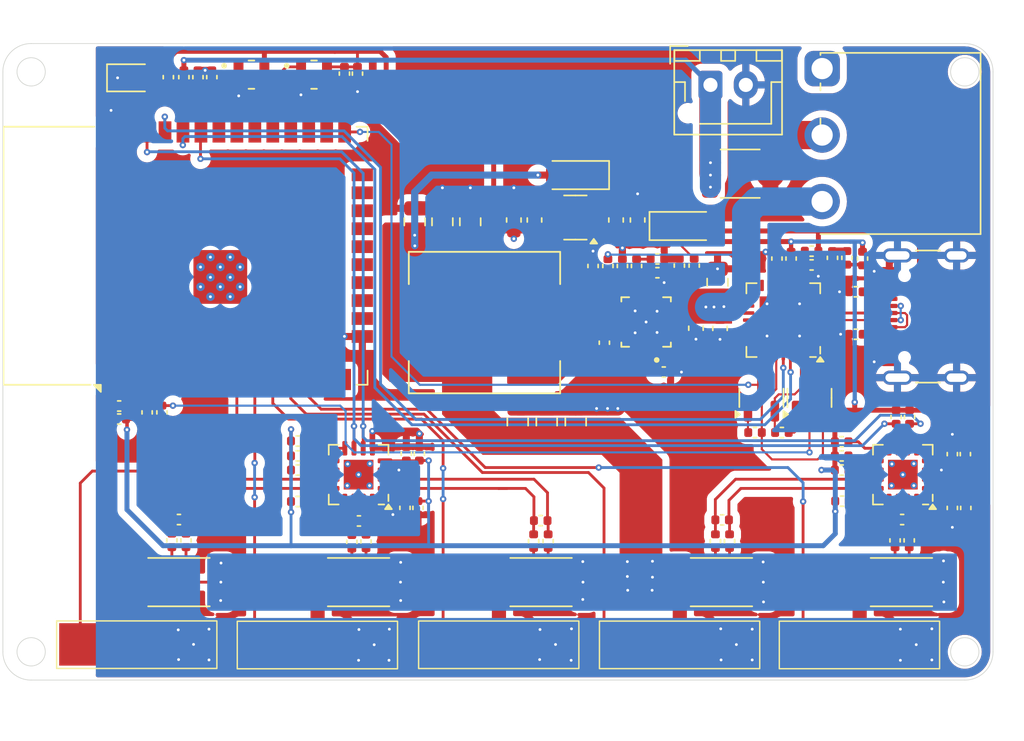
<source format=kicad_pcb>
(kicad_pcb (version 20240108) (generator "pcbnew") (generator_version "8.0")
  (layers (0 "F.Cu" signal) (1 "In1.Cu" power) (2 "In2.Cu" power) (31 "B.Cu" signal) (34 "B.Paste" user) (35 "F.Paste" user) (36 "B.SilkS" user "B.Silkscreen") (37 "F.SilkS" user "F.Silkscreen") (38 "B.Mask" user) (39 "F.Mask" user) (44 "Edge.Cuts" user))
  (net 0 "")
  (net 1 "+3.3V")
  (net 2 "GND")
  (net 3 "Net-(D4-K)")
  (net 4 "VCC")
  (net 5 "Net-(C28-Pad1)")
  (net 6 "Net-(U5-COMP)")
  (net 7 "Net-(U5-BOOT)")
  (net 8 "/BOOT")
  (net 9 "+5V")
  (net 10 "Net-(U5-SS{slash}TR)")
  (net 11 "+VBAT")
  (net 12 "/BAT_SENS")
  (net 13 "Net-(U3-IN-1)")
  (net 14 "Net-(U3-IN+1)")
  (net 15 "Net-(U3-IN+2)")
  (net 16 "Net-(U3-IN-2)")
  (net 17 "Net-(U3-IN-3)")
  (net 18 "Net-(U3-IN+3)")
  (net 19 "Net-(U4-IN-1)")
  (net 20 "Net-(U4-IN+1)")
  (net 21 "Net-(U4-IN-2)")
  (net 22 "Net-(U4-IN+2)")
  (net 23 "/Current_MDC1")
  (net 24 "/Current_MDC2")
  (net 25 "/Current_MDC3")
  (net 26 "/Current_MDC4")
  (net 27 "/Current_MDC5")
  (net 29 "Net-(SW1-B)")
  (net 31 "/EN")
  (net 32 "Net-(D1-DO)")
  (net 33 "/LED")
  (net 35 "Net-(D3-A)")
  (net 36 "VBUS")
  (net 37 "/DN")
  (net 39 "/DP")
  (net 41 "Net-(J1-CC1)")
  (net 42 "Net-(J1-CC2)")
  (net 44 "Net-(Q2-B)")
  (net 45 "/RTS")
  (net 46 "/GPIO00")
  (net 47 "Net-(Q3-B)")
  (net 48 "/DTR")
  (net 49 "Net-(U2-VBUS)")
  (net 50 "Net-(U2-~{RST})")
  (net 51 "Net-(U2-VDD)")
  (net 52 "Net-(U2-~{SUSPEND})")
  (net 53 "/TPS_EN")
  (net 54 "/VSENSE")
  (net 55 "Net-(U5-RT{slash}CLK)")
  (net 56 "/SCL")
  (net 57 "/SDA")
  (net 58 "Net-(U3-PV)")
  (net 59 "Net-(U3-CRITICAL)")
  (net 60 "Net-(U3-WARNING)")
  (net 61 "Net-(U3-TC)")
  (net 62 "Net-(U4-PV)")
  (net 63 "Net-(U4-CRITICAL)")
  (net 64 "Net-(U4-WARNING)")
  (net 65 "Net-(U4-TC)")
  (net 66 "/MDC_2")
  (net 77 "/UART0_TX")
  (net 82 "/UART0_RX")
  (net 85 "unconnected-(U3-EP-Pad17)")
  (net 88 "unconnected-(U4-EP-Pad17)")
  (net 91 "/MDC_3")
  (net 92 "/MDC_4")
  (net 93 "/MDC_5")
  (net 94 "/MDC_1")
  (footprint "Capacitor_SMD:C_0402_1005Metric" (layer "F.Cu") (at 209.125 84.275)
    (property "Reference" "R10" (hide yes))
    (property "Value" "10K")
  )
  (footprint "Capacitor_SMD:C_0402_1005Metric" (layer "F.Cu") (at 182.575 85.775 90)
    (property "Reference" "C41" (hide yes))
    (property "Value" "4.7uF")
  )
  (footprint "Capacitor_SMD:C_0402_1005Metric" (layer "F.Cu") (at 214.35 74.325)
    (property "Reference" "R3" (hide yes))
    (property "Value" "5.1K")
  )
  (footprint "Resistor_SMD:R_2512_6332Metric" (layer "F.Cu") (at 179.2 94.85)
    (property "Reference" "R25" (hide yes))
    (property "Value" "0.1")
  )
  (footprint "Pad:Pad 3" (layer "F.Cu") (at 163.6425 99.501874)
    (property "Reference" "U12" (hide yes))
    (property "Value" "Pad 3")
  )
  (footprint "Capacitor_SMD:C_0603_1608Metric" (layer "F.Cu") (at 190.175 69.25 90)
    (property "Reference" "C24" (hide yes))
    (property "Value" "22uF")
  )
  (footprint "Pad:Pad 3" (layer "F.Cu") (at 176.4125 99.525346)
    (property "Reference" "U1" (hide yes))
    (property "Value" "Pad 3")
  )
  (footprint "Capacitor_SMD:C_0402_1005Metric" (layer "F.Cu") (at 162.275 82.4 180)
    (property "Reference" "C2" (hide yes))
    (property "Value" "4.7uF")
  )
  (footprint "Resistor_SMD:R_2512_6332Metric" (layer "F.Cu") (at 192.1 94.85)
    (property "Reference" "R28" (hide yes))
    (property "Value" "0.1")
  )
  (footprint "Fuse:Fuse_1812_4532Metric" (layer "F.Cu") (at 206.175 65.975)
    (property "Reference" "F1" (hide yes))
    (property "Value" "Fuse")
  )
  (footprint "Capacitor_SMD:C_0402_1005Metric" (layer "F.Cu") (at 166.5 90.425 180)
    (property "Reference" "C38" (hide yes))
    (property "Value" "100nF")
  )
  (footprint "Capacitor_SMD:C_0402_1005Metric" (layer "F.Cu") (at 183.4 89.6 -90)
    (property "Reference" "C43" (hide yes))
    (property "Value" "4.7uF")
  )
  (footprint "Resistor_SMD:R_2512_6332Metric" (layer "F.Cu") (at 204.85 94.85)
    (property "Reference" "R37" (hide yes))
    (property "Value" "0.1")
  )
  (footprint "Capacitor_SMD:C_0402_1005Metric" (layer "F.Cu") (at 213.35 84.925)
    (property "Reference" "R48" (hide yes))
    (property "Value" "10K")
  )
  (footprint "Capacitor_SMD:C_0402_1005Metric" (layer "F.Cu") (at 191.575 91.95 90)
    (property "Reference" "R30" (hide yes))
    (property "Value" "10R")
  )
  (footprint "Capacitor_SMD:C_0402_1005Metric" (layer "F.Cu") (at 213.35 85.925)
    (property "Reference" "R47" (hide yes))
    (property "Value" "10K")
  )
  (footprint "TPS54620RGYR:QFN50P350X350X100-15N" (layer "F.Cu") (at 199.525 76.46 90)
    (property "Reference" "U5" (hide yes))
    (property "Value" "TPS54620RGYR")
  )
  (footprint "Connector_JST:JST_XH_B2B-XH-AM_1x02_P2.50mm_Vertical" (layer "F.Cu") (at 204.075 59.7)
    (property "Reference" "U7" (hide yes))
    (property "Value" "Pad_Battery")
  )
  (footprint "Capacitor_SMD:C_0603_1608Metric" (layer "F.Cu") (at 198.925 69.25 90)
    (property "Reference" "C20" (hide yes))
    (property "Value" "22uF")
  )
  (footprint "Capacitor_SMD:C_0402_1005Metric" (layer "F.Cu") (at 198.85 72.5 -90)
    (property "Reference" "R16" (hide yes))
    (property "Value" "3.92K")
  )
  (footprint "SPM10040T-3R3M-HZ:IND_SPM10040T-3R3M-HZ" (layer "F.Cu") (at 188.1 76.5 180)
    (property "Reference" "L1" (hide yes))
    (property "Value" "SPM10040T-3R3M-HZ")
  )
  (footprint "Capacitor_SMD:C_0805_2012Metric" (layer "F.Cu") (at 194.55 83.525 -90)
    (property "Reference" "C5" (hide yes))
    (property "Value" "47uF")
  )
  (footprint "Capacitor_SMD:C_0402_1005Metric" (layer "F.Cu") (at 192.6 91.95 90)
    (property "Reference" "R29" (hide yes))
    (property "Value" "10R")
  )
  (footprint "Capacitor_SMD:C_0603_1608Metric" (layer "F.Cu") (at 204.75 76.9125 -90)
    (property "Reference" "C26" (hide yes))
    (property "Value" "10uF")
  )
  (footprint "Capacitor_SMD:C_0805_2012Metric" (layer "F.Cu") (at 192.5 83.525 -90)
    (property "Reference" "C6" (hide yes))
    (property "Value" "47uF")
  )
  (footprint "Capacitor_SMD:C_0402_1005Metric" (layer "F.Cu") (at 167.845 59.15 90)
    (property "Reference" "R21" (hide yes))
    (property "Value" "100K")
  )
  (footprint "Capacitor_SMD:C_0402_1005Metric" (layer "F.Cu") (at 192.075 90.5 180)
    (property "Reference" "C40" (hide yes))
    (property "Value" "100nF")
  )
  (footprint "Capacitor_SMD:C_0402_1005Metric" (layer "F.Cu") (at 217.2 83.175 -90)
    (property "Reference" "R32" (hide yes))
    (property "Value" "10K")
  )
  (footprint "Capacitor_SMD:C_0402_1005Metric" (layer "F.Cu") (at 202.925 72.475 90)
    (property "Reference" "R17" (hide yes))
    (property "Value" "50K")
  )
  (footprint "Diode_SMD:D_SOD-123" (layer "F.Cu") (at 194.55 66.075 180)
    (property "Reference" "D4" (hide yes))
    (property "Value" "D_Schottky")
  )
  (footprint "Capacitor_SMD:C_0805_2012Metric" (layer "F.Cu") (at 204.575 73.65 -90)
    (property "Reference" "C8" (hide yes))
    (property "Value" "47uF")
  )
  (footprint "Capacitor_SMD:C_0402_1005Metric" (layer "F.Cu") (at 200.325 72)
    (property "Reference" "C28" (hide yes))
    (property "Value" "5.6nF")
  )
  (footprint "Capacitor_SMD:C_0402_1005Metric" (layer "F.Cu") (at 212.7 71.925 90)
    (property "Reference" "C3" (hide yes))
    (property "Value" "4.7uF")
  )
  (footprint "Capacitor_SMD:C_0805_2012Metric" (layer "F.Cu") (at 183.165 69.375 -90)
    (property "Reference" "C31" (hide yes))
    (property "Value" "47uF")
  )
  (footprint "Capacitor_SMD:C_0402_1005Metric" (layer "F.Cu") (at 207.225 84.275 180)
    (property "Reference" "R11" (hide yes))
    (property "Value" "10K")
  )
  (footprint "Capacitor_SMD:C_0402_1005Metric" (layer "F.Cu") (at 179.12 58.9 -90)
    (property "Reference" "C23" (hide yes))
    (property "Value" "4.7uF")
  )
  (footprint "Package_TO_SOT_SMD:SOT-23" (layer "F.Cu") (at 211.075 81.825257 90)
    (property "Reference" "Q2" (hide yes))
    (property "Value" "SS8050")
  )
  (footprint "LED_SMD:LED_0805_2012Metric" (layer "F.Cu") (at 163.1 59.2)
    (property "Reference" "D3" (hide yes))
    (property "Value" "LED")
  )
  (footprint "Capacitor_SMD:C_0402_1005Metric" (layer "F.Cu") (at 179.725 91.975 90)
    (property "Reference" "R26" (hide yes))
    (property "Value" "10R")
  )
  (footprint "Pad:Pad 3" (layer "F.Cu") (at 214.7325 99.519478)
    (property "Reference" "U10" (hide yes))
    (property "Value" "Pad 3")
  )
  (footprint "Capacitor_SMD:C_0603_1608Metric" (layer "F.Cu") (at 203.05 76.9 -90)
    (property "Reference" "C27" (hide yes))
    (property "Value" "4.7uF")
  )
  (footprint "WS2812B2020:LED_WS2812B2020" (layer "F.Cu") (at 171.625 58.975)
    (property "Reference" "D2" (hide yes))
    (property "Value" "WS2812B2020")
  )
  (footprint "Capacitor_SMD:C_0402_1005Metric" (layer "F.Cu") (at 205.425 91.95 90)
    (property "Reference" "R40" (hide yes))
    (property "Value" "10R")
  )
  (footprint "Capacitor_SMD:C_0402_1005Metric" (layer "F.Cu") (at 200.775 80 180)
    (property "Reference" "R19" (hide yes))
    (property "Value" "28.7K")
  )
  (footprint "Capacitor_SMD:C_0402_1005Metric" (layer "F.Cu") (at 182.48 89.6 -90)
    (property "Reference" "C44" (hide yes))
    (property "Value" "100nF")
  )
  (footprint "Capacitor_SMD:C_0402_1005Metric" (layer "F.Cu") (at 165.75 59.15 90)
    (property "Reference" "R12" (hide yes))
    (property "Value" "330R")
  )
  (footprint "Capacitor_SMD:C_0402_1005Metric" (layer "F.Cu") (at 196.575 77.925 -90)
    (property "Reference" "C30" (hide yes))
    (property "Value" "100nF")
  )
  (footprint "Capacitor_SMD:C_0402_1005Metric" (layer "F.Cu") (at 178.2 58.9 -90)
    (property "Reference" "C22" (hide yes))
    (property "Value" "100nF")
  )
  (footprint "Capacitor_SMD:C_0402_1005Metric" (layer "F.Cu") (at 167 91.9 90)
    (property "Reference" "R22" (hide yes))
    (property "Value" "10R")
  )
  (footprint "Capacitor_SMD:C_0402_1005Metric" (layer "F.Cu") (at 174.9 85.925)
    (property "Reference" "R34" (hide yes))
    (property "Value" "10K")
  )
  (footprint "Capacitor_SMD:C_0402_1005Metric" (layer "F.Cu") (at 221.175 89.605 -90)
    (property "Reference" "C50" (hide yes))
    (property "Value" "4.7uF")
  )
  (footprint "Capacitor_SMD:C_0402_1005Metric" (layer "F.Cu") (at 209.775 71.975 90)
    (property "Reference" "R7" (hide yes))
    (property "Value" "4.7K")
  )
  (footprint "Capacitor_SMD:C_0402_1005Metric" (layer "F.Cu") (at 218.15 83.175 -90)
    (property "Reference" "R31" (hide yes))
    (property "Value" "10K")
  )
  (footprint "Package_TO_SOT_SMD:SOT-23-5" (layer "F.Cu") (at 194.525 69.075 180)
    (property "Reference" "U6" (hide yes))
    (property "Value" "XC6220B331MR")
  )
  (footprint "Package_DFN_QFN:QFN-28-1EP_5x5mm_P0.5mm_EP3.35x3.35mm" (layer "F.Cu") (at 209.225 76.325 180)
    (property "Reference" "U2" (hide yes))
    (property "Value" "CP2102N-Axx-xQFN28")
  )
  (footprint "Capacitor_SMD:C_0402_1005Metric" (layer "F.Cu") (at 195.775 72.5 -90)
    (property "Reference" "R15" (hide yes))
    (property "Value" "36.5K")
  )
  (footprint "Capacitor_SMD:C_0402_1005Metric" (layer "F.Cu") (at 204.9 90.45 180)
    (property "Reference" "C45" (hide yes))
    (property "Value" "100nF")
  )
  (footprint "Capacitor_SMD:C_0402_1005Metric" (layer "F.Cu") (at 213.375 89.125)
    (property "Reference" "R49" (hide yes))
    (property "Value" "10K")
  )
  (footprint "Capacitor_SMD:C_0402_1005Metric" (layer "F.Cu") (at 200.325 72.975)
    (property "Reference" "C29" (hide yes))
    (property "Value" "82pF")
  )
  (footprint "Package_DFN_QFN:Texas_RGV0016A_VQFN-16-1EP_4x4mm_P0.65mm_EP2.1x2.1mm" (layer "F.Cu") (at 217.675 87.25 180)
    (property "Reference" "U4" (hide yes))
    (property "Value" "INA3221")
  )
  (footprint "WS2812B2020:LED_WS2812B2020" (layer "F.Cu") (at 176.05 58.975)
    (property "Reference" "D1" (hide yes))
    (property "Value" "WS2812B2020")
  )
  (footprint "Capacitor_SMD:C_0402_1005Metric" (layer "F.Cu") (at 211.225 72.425 180)
    (property "Reference" "R6" (hide yes))
    (property "Value" "47K")
  )
  (footprint "Capacitor_SMD:C_0402_1005Metric" (layer "F.Cu") (at 164.25 82.85 90)
    (property "Reference" "R44" (hide yes))
    (property "Value" "10K")
  )
  (footprint "Connector_USB:USB_C_Receptacle_GCT_USB4105-xx-A_16P_TopMnt_Horizontal" (layer "F.Cu") (at 220.4 76.075 90)
    (property "Reference" "J1" (hide yes))
    (property "Value" "USB_C_Receptacle_USB2.0_16P")
  )
  (footprint "Capacitor_SMD:C_0402_1005Metric" (layer "F.Cu") (at 221.175 85.8 90)
    (property "Reference" "C51" (hide yes))
    (property "Value" "100nF")
  )
  (footprint "Capacitor_SMD:C_0402_1005Metric" (layer "F.Cu") (at 183.495 85.775 90)
    (property "Reference" "C42" (hide yes))
    (property "Value" "100nF")
  )
  (footprint "Capacitor_SMD:C_0402_1005Metric" (layer "F.Cu") (at 218.125 91.9 90)
    (property "Reference" "R42" (hide yes))
    (property "Value" "10R")
  )
  (footprint "Capacitor_SMD:C_0402_1005Metric" (layer "F.Cu") (at 179.225 90.525 180)
    (property "Reference" "C39" (hide yes))
    (property "Value" "100nF")
  )
  (footprint "Capacitor_SMD:C_0402_1005Metric" (layer "F.Cu") (at 211.225 71.45)
    (property "Reference" "R5" (hide yes))
    (property "Value" "24K")
  )
  (footprint "Capacitor_SMD:C_0402_1005Metric" (layer "F.Cu") (at 168.825 59.15 90)
    (property "Reference" "C37" (hide yes))
    (property "Value" "10nF")
  )
  (footprint "Capacitor_SMD:C_0402_1005Metric" (layer "F.Cu") (at 217.125 91.9 90)
    (property "Reference" "R43" (hide yes))
    (property "Value" "10R")
  )
  (footprint "Resistor_SMD:R_2512_6332Metric" (layer "F.Cu") (at 217.575 94.85)
    (property "Reference" "R38" (hide yes))
    (property "Value" "0.1")
  )
  (footprint "Capacitor_SMD:C_0805_2012Metric" (layer "F.Cu") (at 190.45 83.525 -90)
    (property "Reference" "C7" (hide yes))
    (property "Value" "47uF")
  )
  (footprint "Capacitor_SMD:C_0402_1005Metric" (layer "F.Cu") (at 213.725 71.925 90)
    (property "Reference" "C4" (hide yes))
    (property "Value" "100nF")
  )
  (footprint "Pad:Pad 3" (layer "F.Cu") (at 189.2325 99.507742)
    (property "Reference" "U8" (hide yes))
    (property "Value" "Pad 3")
  )
  (footprint "Package_DFN_QFN:Texas_RGV0016A_VQFN-16-1EP_4x4mm_P0.65mm_EP2.1x2.1mm" (layer "F.Cu") (at 179.2 87.25 180)
    (property "Reference" "U3" (hide yes))
    (property "Value" "INA3221")
  )
  (footprint "Diode_SMD:D_SOD-123" (layer "F.Cu") (at 202.125 69.675)
    (property "Reference" "D5" (hide yes))
    (property "Value" "D_Schottky")
  )
  (footprint "Capacitor_SMD:C_0402_1005Metric" (layer "F.Cu") (at 217.625 90.425 180)
    (property "Reference" "C46" (hide yes))
    (property "Value" "100nF")
  )
  (footprint "Capacitor_SMD:C_0402_1005Metric" (layer "F.Cu") (at 197.85 72.5 -90)
    (property "Reference" "C33" (hide yes))
    (property "Value" "2.2nF")
  )
  (footprint "Capacitor_SMD:C_0402_1005Metric" (layer "F.Cu") (at 222.125 89.605 -90)
    (property "Reference" "C49" (hide yes))
    (property "Value" "100nF")
  )
  (footprint "Pad:Pad 3" (layer "F.Cu") (at 202.0175 99.51361)
    (property "Reference" "U9" (hide yes))
    (property "Value" "Pad 3")
  )
  (footprint "Capacitor_SMD:C_0402_1005Metric" (layer "F.Cu") (at 162.275 83.32 180)
    (property "Reference" "C1" (hide yes))
    (property "Value" "100nF")
  )
  (footprint "Capacitor_SMD:C_0402_1005Metric" (layer "F.Cu") (at 214.35 77.325)
    (property "Reference" "R4" (hide yes))
    (property "Value" "5.1K")
  )
  (footprint "Capacitor_SMD:C_0805_2012Metric" (layer "F.Cu") (at 185.125 69.375 -90)
    (property "Reference" "C32" (hide yes))
    (property "Value" "47uF")
  )
  (footprint "Capacitor_SMD:C_0402_1005Metric" (layer "F.Cu") (at 166 91.9 90)
    (property "Reference" "R23" (hide yes))
    (property "Value" "10R")
  )
  (footprint "Capacitor_SMD:C_0402_1005Metric" (layer "F.Cu") (at 208.775 71.975 -90)
    (property "Reference" "R9" (hide yes))
    (property "Value" "10K")
  )
  (footprint "SamacSys:SS-12D06G5" (layer "F.Cu") (at 211.97 58.545)
    (property "Reference" "SW1" (hide yes))
    (property "Value" "SW_SPDT")
  )
  (footprint "Capacitor_SMD:C_0402_1005Metric" (layer "F.Cu") (at 174.9 89.15)
    (property "Reference" "R36" (hide yes))
    (property "Value" "10K")
  )
  (footprint "Capacitor_SMD:C_0603_1608Metric" (layer "F.Cu") (at 197.4 69.25 90)
    (property "Reference" "C21" (hide yes))
    (property "Value" "1uF")
  )
  (footprint "Capacitor_SMD:C_0402_1005Metric" (layer "F.Cu") (at 222.095 85.8 90)
    (property "Reference" "C48" (hide yes))
    (property "Value" "4.7uF")
  )
  (footprint "Capacitor_SMD:C_0402_1005Metric" (layer "F.Cu") (at 174.9 84.875)
    (property "Reference" "R35" (hide yes))
    (property "Value" "10K")
  )
  (footprint "Capacitor_SMD:C_0402_1005Metric" (layer "F.Cu") (at 174.9 86.925)
    (property "Reference" "R33" (hide yes))
    (property "Value" "10K")
  )
  (footprint "Capacitor_SMD:C_0402_1005Metric" (layer "F.Cu") (at 178.725 92 90)
    (property "Reference" "R27" (hide yes))
    (property "Value" "10R")
  )
  (footprint "Capacitor_SMD:C_0402_1005Metric" (layer "F.Cu") (at 196.825 72.5 90)
    (property "Reference" "R13" (hide yes))
    (property "Value" "102K")
  )
  (footprint "Capacitor_SMD:C_0402_1005Metric" (layer "F.Cu") (at 213.35 86.925)
    (property "Reference" "R46" (hide yes))
    (property "Value" "10K")
  )
  (footprint "Package_TO_SOT_SMD:SOT-23" (layer "F.Cu") (at 207.675 81.825257 90)
    (property "Reference" "Q3" (hide yes))
    (property "Value" "SS8050")
  )
  (footprint "Resistor_SMD:R_2512_6332Metric" (layer "F.Cu") (at 166.5 94.85)
    (property "Reference" "R24" (hide yes))
    (property "Value" "0.1")
  )
  (footprint "RF_Module:ESP32-WROOM-32D" (layer "F.Cu") (at 169.955 71.775 90)
    (property "Reference" "U14" (hide yes))
    (property "Value" "ESP32-WROOM-32D-N4")
  )
  (footprint "Capacitor_SMD:C_0402_1005Metric" (layer "F.Cu") (at 166.85 59.15 -90)
    (property "Reference" "R20" (hide yes))
    (property "Value" "300K")
  )
  (footprint "Capacitor_SMD:C_0805_2012Metric" (layer "F.Cu") (at 187.095 69.375 -90)
    (property "Reference" "C36" (hide yes))
    (property "Value" "47uF")
  )
  (footprint "Capacitor_SMD:C_0402_1005Metric" (layer "F.Cu") (at 165.3 82.85 -90)
    (property "Reference" "C69" (hide yes))
    (property "Value" "1uF")
  )
  (footprint "Capacitor_SMD:C_0603_1608Metric" (layer "F.Cu") (at 191.635 69.25 90)
    (property "Reference" "C25" (hide yes))
    (property "Value" "1uF")
  )
  (footprint "Capacitor_SMD:C_0402_1005Metric" (layer "F.Cu") (at 201.875 72.475 -90)
    (property "Reference" "R18" (hide yes))
    (property "Value" "10K")
  )
  (footprint "Capacitor_SMD:C_0402_1005Metric" (layer "F.Cu") (at 204.425 91.95 90)
    (property "Reference" "R41" (hide yes))
    (property "Value" "10R")
  )
  (footprint "Capacitor_SMD:C_0402_1005Metric" (layer "F.Cu") (at 214.825 71.975 90)
    (property "Reference" "R8" (hide yes))
    (property "Value" "0R")
  )
  (gr_poly (pts (xy 200.85 75.325) (xy 200.85 76.475) (xy 205.5 76.475) (xy 205.5 74.2) (xy 202.875 74.2) (xy 201.75 75.325)) (stroke (width 0.2)) (fill solid) (layer "F.Cu") (net 4))
  (gr_poly (pts (xy 188.55 79.35) (xy 188.55 82.65) (xy 189.225 83.325) (xy 197.675 83.325) (xy 200.575 86.225) (xy 200.575 96.45) (xy 200.35 96.675) (xy 197.925 96.675) (xy 197.75 96.5) (xy 197.75 87.075) (xy 196.425 85.75) (xy 188 85.75) (xy 185.2 82.95) (xy 185.2 79.15) (xy 188.35 79.15)) (stroke (width 0.2)) (fill solid) (layer "F.Cu") (net 9))
  (gr_poly (pts (xy 198.226277 76.393964) (xy 196.4 76.4) (xy 194.851277 73.443991) (xy 189.801277 73.443991) (xy 189.801277 80.743991) (xy 193.251277 80.743991) (xy 196.951277 77.043991) (xy 198.226277 77.05) (xy 198.226277 76.393964)) (stroke (width 0.2)) (fill solid) (layer "F.Cu") (net 8))
  (gr_poly (pts (xy 181.1 69.525) (xy 187.9 69.525) (xy 188.55 70.175) (xy 188.55 80.025) (xy 187.975 80.6) (xy 181.45 80.6) (xy 180.975 80.125) (xy 180.975 69.65)) (stroke (width 0.2)) (fill solid) (layer "F.Cu") (net 9))
  (gr_poly (pts (xy 168.6 92.925) (xy 221.4 92.925) (xy 221.4 96.775) (xy 168.65 96.775) (xy 168.6 96.725)) (stroke (width 0.2)) (fill solid) (layer "B.Cu") (net 9))
  (gr_arc (start 154.0525 58.775) (mid 154.638286 57.360786) (end 156.0525 56.775) (stroke (width 0.05)) (layer "Edge.Cuts"))
  (gr_circle (center 222.0525 58.775) (end 222.0525 57.775) (stroke (width 0.05)) (fill none) (layer "Edge.Cuts"))
  (gr_circle (center 156.0525 99.775) (end 155.0525 99.775) (stroke (width 0.05)) (fill none) (layer "Edge.Cuts"))
  (gr_line (start 156.0525 56.775) (end 222.0525 56.775) (stroke (width 0.05)) (layer "Edge.Cuts"))
  (gr_arc (start 156.0525 101.775) (mid 154.638286 101.189214) (end 154.0525 99.775) (stroke (width 0.05)) (layer "Edge.Cuts"))
  (gr_circle (center 156.0525 58.775) (end 156.0525 59.775) (stroke (width 0.05)) (fill none) (layer "Edge.Cuts"))
  (gr_circle (center 222.0525 99.775) (end 222.0525 100.775) (stroke (width 0.05)) (fill none) (layer "Edge.Cuts"))
  (gr_arc (start 222.0525 56.775) (mid 223.466714 57.360786) (end 224.0525 58.775) (stroke (width 0.05)) (layer "Edge.Cuts"))
  (gr_line (start 222.0525 101.775) (end 156.0525 101.775) (stroke (width 0.05)) (layer "Edge.Cuts"))
  (gr_line (start 154.0525 58.775) (end 154.0525 99.775) (stroke (width 0.05)) (layer "Edge.Cuts"))
  (gr_line (start 224.0525 58.775) (end 224.0525 99.775) (stroke (width 0.05)) (layer "Edge.Cuts"))
  (gr_arc (start 224.0525 99.775) (mid 223.466714 101.189214) (end 222.0525 101.775) (stroke (width 0.05)) (layer "Edge.Cuts"))
  (segment (start 190.175 70.025) (end 190.175 70.575) (width 0.35) (layer "F.Cu") (net 1))
  (segment (start 181.15 57.75) (end 180.725 57.325) (width 0.35) (layer "F.Cu") (net 1))
  (segment (start 202.2 70.275) (end 202.7 70.775) (width 0.35) (layer "F.Cu") (net 1))
  (segment (start 212.87 86.925) (end 211.925 86.925) (width 0.35) (layer "F.Cu") (net 1))
  (segment (start 180.175 89.1125) (end 183.3925 89.1125) (width 0.2) (layer "F.Cu") (net 1))
  (segment (start 174.42 84.875) (end 174.42 84.055) (width 0.25) (layer "F.Cu") (net 1))
  (segment (start 222.0325 89.1125) (end 222.045 89.125) (width 0.2) (layer "F.Cu") (net 1))
  (segment (start 176.965 58.425) (end 179.115 58.425) (width 0.2) (layer "F.Cu") (net 1))
  (segment (start 165.75 57.875) (end 166.3 57.325) (width 0.35) (layer "F.Cu") (net 1))
  (segment (start 174.42 89.895) (end 174.425 89.9) (width 0.2) (layer "F.Cu") (net 1))
  (segment (start 214.275 82.695) (end 218.15 82.695) (width 0.35) (layer "F.Cu") (net 1))
  (segment (start 164.25 83.33) (end 162.84 83.33) (width 0.25) (layer "F.Cu") (net 1))
  (segment (start 223.175 86.275) (end 223.17 86.28) (width 0.35) (layer "F.Cu") (net 1))
  (segment (start 213.43 82.695) (end 214.275 82.695) (width 0.35) (layer "F.Cu") (net 1))
  (segment (start 223.17 86.28) (end 222.095 86.28) (width 0.35) (layer "F.Cu") (net 1))
  (segment (start 212.87 83.255) (end 213.43 82.695) (width 0.35) (layer "F.Cu") (net 1))
  (segment (start 188.75 69.375) (end 188.75 64.025) (width 0.35) (layer "F.Cu") (net 1))
  (segment (start 181.0625 86.275) (end 183.475 86.275) (width 0.2) (layer "F.Cu") (net 1))
  (segment (start 218.15 82.695) (end 222.92 82.695) (width 0.35) (layer "F.Cu") (net 1))
  (segment (start 174.42 84.875) (end 174.42 86.925) (width 0.25) (layer "F.Cu") (net 1))
  (segment (start 214.825 70.85) (end 214.825 71.495) (width 0.35) (layer "F.Cu") (net 1))
  (segment (start 222.125 86.31) (end 222.095 86.28) (width 0.2) (layer "F.Cu") (net 1))
  (segment (start 190.175 70.025) (end 193.3875 70.025) (width 0.35) (layer "F.Cu") (net 1))
  (segment (start 219.5375 86.275) (end 220.2 86.275) (width 0.35) (layer "F.Cu") (net 1))
  (segment (start 162.83 83.32) (end 162.83 84.07) (width 0.25) (layer "F.Cu") (net 1))
  (segment (start 223.175 86.275) (end 223.175 88.825) (width 0.35) (layer "F.Cu") (net 1))
  (segment (start 172.54 57.34) (end 172.525 57.325) (width 0.35) (layer "F.Cu") (net 1))
  (segment (start 162.975 80.525) (end 162.875 80.625) (width 0.25) (layer "F.Cu") (net 1))
  (segment (start 212.895 89.125) (end 212.895 89.845) (width 0.25) (layer "F.Cu") (net 1))
  (segment (start 193.725 63.9) (end 200.925 63.9) (width 0.35) (layer "F.Cu") (net 1))
  (segment (start 188.875 63.9) (end 188.75 64.025) (width 0.35) (layer "F.Cu") (net 1))
  (segment (start 183.4 89.12) (end 184.145 89.12) (width 0.2) (layer "F.Cu") (net 1))
  (segment (start 179.115 58.425) (end 179.12 58.42) (width 0.2) (layer "F.Cu") (net 1))
  (segment (start 218.65 89.1125) (end 222.1125 89.1125) (width 0.35) (layer "F.Cu") (net 1))
  (segment (start 179.12 58.42) (end 179.12 57.33) (width 0.2) (layer "F.Cu") (net 1))
  (segment (start 219.5375 85.5125) (end 219.5375 86.275) (width 0.2) (layer "F.Cu") (net 1))
  (segment (start 162.84 83.33) (end 162.83 83.32) (width 0.25) (layer "F.Cu") (net 1))
  (segment (start 220.2 86.275) (end 222.09 86.275) (width 0.35) (layer "F.Cu") (net 1))
  (segment (start 181.15 61.925) (end 181.15 57.75) (width 0.35) (layer "F.Cu") (net 1))
  (segment (start 184.145 89.12) (end 184.15 89.125) (width 0.2) (layer "F.Cu") (net 1))
  (segment (start 172.54 58.425) (end 172.54 57.34) (width 0.35) (layer "F.Cu") (net 1))
  (segment (start 183.475 86.275) (end 183.495 86.255) (width 0.2) (layer "F.Cu") (net 1))
  (segment (start 202.7 70.775) (end 209.775 70.775) (width 0.35) (layer "F.Cu") (net 1))
  (segment (start 165.75 58.67) (end 165.75 57.875) (width 0.35) (layer "F.Cu") (net 1))
  (segment (start 162.875 83.275) (end 162.83 83.32) (width 0.25) (layer "F.Cu") (net 1))
  (segment (start 190.175 70.025) (end 189.4 70.025) (width 0.35) (layer "F.Cu") (net 1))
  (segment (start 189.4 70.025) (end 188.75 69.375) (width 0.35) (layer "F.Cu") (net 1))
  (segment (start 166.3 57.325) (end 172.525 57.325) (width 0.35) (layer "F.Cu") (net 1))
  (segment (start 218.65 85.3875) (end 219.4125 85.3875) (width 0.2) (layer "F.Cu") (net 1))
  (segment (start 162.83 84.07) (end 162.825 84.075) (width 0.25) (layer "F.Cu") (net 1))
  (segment (start 222.09 86.275) (end 222.095 86.28) (width 0.2) (layer "F.Cu") (net 1))
  (segment (start 179.12 57.33) (end 179.125 57.325) (width 0.2) (layer "F.Cu") (net 1))
  (segment (start 180.725 57.325) (end 179.125 57.325) (width 0.35) (layer "F.Cu") (net 1))
  (segment (start 174.42 84.055) (end 174.425 84.05) (width 0.25) (layer "F.Cu") (net 1))
  (segment (start 193.725 63.9) (end 188.875 63.9) (width 0.35) (layer "F.Cu") (net 1))
  (segment (start 222.92 82.695) (end 223.175 82.95) (width 0.35) (layer "F.Cu") (net 1))
  (segment (start 223.175 82.95) (end 223.175 86.275) (width 0.35) (layer "F.Cu") (net 1))
  (segment (start 212.87 86.925) (end 212.87 83.255) (width 0.35) (layer "F.Cu") (net 1))
  (segment (start 174.42 89.15) (end 174.42 89.895) (width 0.2) (layer "F.Cu") (net 1))
  (segment (start 172.525 57.325) (end 177.525 57.325) (width 0.35) (layer "F.Cu") (net 1))
  (segment (start 212.895 89.845) (end 212.9 89.85) (width 0.25) (layer "F.Cu") (net 1))
  (segment (start 184.15 86.255) (end 183.495 86.255) (width 0.2) (layer "F.Cu") (net 1))
  (segment (start 223.175 88.825) (end 222.875 89.125) (width 0.35) (layer "F.Cu") (net 1))
  (segment (start 183.125 63.9) (end 181.15 61.925) (width 0.35) (layer "F.Cu") (net 1))
  (segment (start 209.775 71.495) (end 209.775 70.775) (width 0.3) (layer "F.Cu") (net 1))
  (segment (start 193.725 63.9) (end 183.125 63.9) (width 0.35) (layer "F.Cu") (net 1))
  (segment (start 222.1125 89.1125) (end 222.125 89.125) (width 0.35) (layer "F.Cu") (net 1))
  (segment (start 162.875 80.625) (end 162.875 83.275) (width 0.25) (layer "F.Cu") (net 1))
  (segment (start 179.125 57.325) (end 177.525 57.325) (width 0.35) (layer "F.Cu") (net 1))
  (segment (start 222.875 89.125) (end 222.125 89.125) (width 0.35) (layer "F.Cu") (net 1))
  (segment (start 183.3925 89.1125) (end 183.4 89.12) (width 0.2) (layer "F.Cu") (net 1))
  (segment (start 202.2 65.175) (end 202.2 70.275) (width 0.35) (layer "F.Cu") (net 1))
  (segment (start 214.275 82.695) (end 214.275 82.125) (width 0.35) (layer "F.Cu") (net 1))
  (segment (start 200.925 63.9) (end 202.2 65.175) (width 0.35) (layer "F.Cu") (net 1))
  (segment (start 219.4125 85.3875) (end 219.5375 85.5125) (width 0.2) (layer "F.Cu") (net 1))
  (segment (start 222.095 89.095) (end 222.125 89.125) (width 0.2) (layer "F.Cu") (net 1))
  (via (at 214.275 82.125) (size 0.45) (drill 0.2) (layers "F.Cu" "B.Cu") (net 1))
  (via (at 214.825 70.85) (size 0.45) (drill 0.2) (layers "F.Cu" "B.Cu") (net 1))
  (via (at 184.15 89.125) (size 0.45) (drill 0.2) (layers "F.Cu" "B.Cu") (net 1))
  (via (at 174.425 84.05) (size 0.45) (drill 0.2) (layers "F.Cu" "B.Cu") (net 1))
  (via (at 162.825 84.075) (size 0.45) (drill 0.2) (layers "F.Cu" "B.Cu") (net 1))
  (via (at 174.425 89.9) (size 0.45) (drill 0.2) (layers "F.Cu" "B.Cu") (net 1))
  (via (at 184.15 86.255) (size 0.45) (drill 0.2) (layers "F.Cu" "B.Cu") (net 1))
  (via (at 211.925 86.925) (size 0.45) (drill 0.2) (layers "F.Cu" "B.Cu") (net 1))
  (via (at 190.175 70.575) (size 0.45) (drill 0.2) (layers "F.Cu" "B.Cu") (net 1))
  (via (at 212.9 89.85) (size 0.45) (drill 0.2) (layers "F.Cu" "B.Cu") (net 1))
  (via (at 209.775 70.775) (size 0.45) (drill 0.2) (layers "F.Cu" "B.Cu") (net 1))
  (segment (start 174.4 84.075) (end 174.425 84.05) (width 0.25) (layer "B.Cu") (net 1))
  (segment (start 184.175 92.275) (end 212.05 92.275) (width 0.35) (layer "B.Cu") (net 1))
  (segment (start 184.15 89.85) (end 184.15 92.25) (width 0.2) (layer "B.Cu") (net 1))
  (segment (start 184.15 86.255) (end 184.15 89.85) (width 0.2) (layer "B.Cu") (net 1))
  (segment (start 190.175 70.575) (end 190.2 70.55) (width 0.35) (layer "B.Cu") (net 1))
  (segment (start 162.825 89.725) (end 162.825 84.075) (width 0.35) (layer "B.Cu") (net 1))
  (segment (start 212.9 87.1) (end 212.9 89.85) (width 0.35) (layer "B.Cu") (net 1))
  (segment (start 213.95 70.775) (end 209.775 70.775) (width 0.3) (layer "B.Cu") (net 1))
  (segment (start 174.425 84.05) (end 174.425 89.9) (width 0.25) (layer "B.Cu") (net 1))
  (segment (start 212.9 91.425) (end 212.9 89.85) (width 0.35) (layer "B.Cu") (net 1))
  (segment (start 214.75 70.775) (end 213.95 70.775) (width 0.3) (layer "B.Cu") (net 1))
  (segment (start 174.425 89.9) (end 174.425 92.275) (width 0.2) (layer "B.Cu") (net 1))
  (segment (start 211.925 86.925) (end 212.725 86.925) (width 0.35) (layer "B.Cu") (net 1))
  (segment (start 213.95 70.775) (end 214.275 70.775) (width 0.3) (layer "B.Cu") (net 1))
  (segment (start 214.825 70.85) (end 214.75 70.775) (width 0.3) (layer "B.Cu") (net 1))
  (segment (start 184.15 92.25) (end 184.175 92.275) (width 0.2) (layer "B.Cu") (net 1))
  (segment (start 212.725 86.925) (end 212.9 87.1) (width 0.35) (layer "B.Cu") (net 1))
  (segment (start 212.05 92.275) (end 212.9 91.425) (width 0.35) (layer "B.Cu") (net 1))
  (segment (start 184.15 89.125) (end 184.15 89.85) (width 0.2) (layer "B.Cu") (net 1))
  (segment (start 214.275 70.775) (end 214.275 82.125) (width 0.3) (layer "B.Cu") (net 1))
  (segment (start 174.425 92.275) (end 165.375 92.275) (width 0.35) (layer "B.Cu") (net 1))
  (segment (start 165.375 92.275) (end 162.825 89.725) (width 0.35) (layer "B.Cu") (net 1))
  (segment (start 184.175 92.275) (end 174.425 92.275) (width 0.35) (layer "B.Cu") (net 1))
  (segment (start 216.72 72.875) (end 215.65 72.875) (width 0.35) (layer "F.Cu") (net 2))
  (segment (start 190.175 68.475) (end 190.175 66.975) (width 0.5) (layer "F.Cu") (net 2))
  (segment (start 178.2 59.38) (end 179.12 59.38) (width 0.35) (layer "F.Cu") (net 2))
  (segment (start 213.87 74.325) (end 213.2 74.325) (width 0.35) (layer "F.Cu") (net 2))
  (segment (start 213.87 77.325) (end 213.275 77.325) (width 0.35) (layer "F.Cu") (net 2))
  (segment (start 200.805 72.975) (end 200.805 73.67) (width 0.5) (layer "F.Cu") (net 2))
  (segment (start 187.095 68.425) (end 187.095 66.98) (width 1) (layer "F.Cu") (net 2))
  (segment (start 196.025 82.575) (end 196.8 82.575) (width 1) (layer "F.Cu") (net 2))
  (segment (start 216.72 72.33) (end 217.295 71.755) (width 0.35) (layer "F.Cu") (net 2))
  (segment (start 170.71 59.525) (end 170.71 60.46) (width 0.35) (layer "F.Cu") (net 2))
  (segment (start 216.72 79.275) (end 215.65 79.275) (width 0.35) (layer "F.Cu") (net 2))
  (segment (start 179.465 77.485) (end 178.21 77.485) (width 0.35) (layer "F.Cu") (net 2))
  (segment (start 183.4 90.08) (end 181.63 90.08) (width 0.4) (layer "F.Cu") (net 2))
  (segment (start 201.87 72) (end 201.875 71.995) (width 0.5) (layer "F.Cu") (net 2))
  (segment (start 221.175 85.32) (end 222.095 85.32) (width 0.35) (layer "F.Cu") (net 2))
  (segment (start 181.63 90.08) (end 181.625 90.075) (width 0.4) (layer "F.Cu") (net 2))
  (segment (start 195.775 72.02) (end 195.775 71.45) (width 0.5) (layer "F.Cu") (net 2))
  (segment (start 207.98 71.495) (end 207.975 71.5) (width 0.3) (layer "F.Cu") (net 2))
  (segment (start 212.685 71.445) (end 212.7 71.445) (width 0.35) (layer "F.Cu") (net 2))
  (segment (start 196.8 82.575) (end 197.525 82.575) (width 1) (layer "F.Cu") (net 2))
  (segment (start 208.775 71.495) (end 207.98 71.495) (width 0.3) (layer "F.Cu") (net 2))
  (segment (start 201.255 80) (end 202.025 80) (width 0.35) (layer "F.Cu") (net 2))
  (segment (start 211.675 76.825) (end 209.725 76.825) (width 0.35) (layer "F.Cu") (net 2))
  (segment (start 200.025 76.96) (end 199.525 76.46) (width 0.3) (layer "F.Cu") (net 2))
  (segment (start 190.45 82.575) (end 194.55 82.575) (width 1) (layer "F.Cu") (net 2))
  (segment (start 185.125 68.425) (end 185.125 66.975) (width 1) (layer "F.Cu") (net 2))
  (segment (start 179.12 59.38) (end 179.12 60.17) (width 0.35) (layer "F.Cu") (net 2))
  (segment (start 201.21 76.96) (end 200.025 76.96) (width 0.3) (layer "F.Cu") (net 2))
  (segment (start 182.48 90.08) (end 183.4 90.08) (width 0.4) (layer "F.Cu") (net 2))
  (segment (start 211.705 72.425) (end 211.705 73.22) (width 0.35) (layer "F.Cu") (net 2))
  (segment (start 212.7 71.445) (end 213.725 71.445) (width 0.35) (layer "F.Cu") (net 2))
  (segment (start 187.095 66.98) (end 187.1 66.975) (width 1) (layer "F.Cu") (net 2))
  (segment (start 196.8 69.075) (end 197.4 68.475) (width 0.35) (layer "F.Cu") (net 2))
  (segment (start 180.175 85.3875) (end 180.175 84.175) (width 0.4) (layer "F.Cu") (net 2))
  (segment (start 221.175 90.085) (end 221.175 90.975) (width 0.35) (layer "F.Cu") (net 2))
  (segment (start 187.095 68.425) (end 183.165 68.425) (width 1) (layer "F.Cu") (net 2))
  (segment (start 198.925 68.475) (end 198.925 67.4) (width 0.5) (layer "F.Cu") (net 2))
  (segment (start 170.71 60.46) (end 170.725 60.475) (width 0.35) (layer "F.Cu") (net 2))
  (segment (start 197.85 72.02) (end 197.85 71.225) (width 0.5) (layer "F.Cu") (net 2))
  (segment (start 209.725 76.825) (end 209.225 76.325) (width 0.35) (layer "F.Cu") (net 2))
  (segment (start 181.0625 86.925) (end 182.05 86.925) (width 0.4) (layer "F.Cu") (net 2))
  (segment (start 183.495 85.295) (end 183.495 84.355) (width 0.4) (layer "F.Cu") (net 2))
  (segment (start 200.805 73.67) (end 200.8 73.675) (width 0.5) (layer "F.Cu") (net 2))
  (segment (start 175.135 60.39) (end 175.125 60.4) (width 0.35) (layer "F.Cu") (net 2))
  (segment (start 194.55 82.575) (end 196.025 82.575) (width 1) (layer "F.Cu") (net 2))
  (segment (start 219.5375 86.925) (end 220.4 86.925) (width 0.35) (layer "F.Cu") (net 2))
  (segment (start 211.705 73.22) (end 211.7 73.225) (width 0.35) (layer "F.Cu") (net 2))
  (segment (start 183.495 84.355) (end 183.5 84.35) (width 0.4) (layer "F.Cu") (net 2))
  (segment (start 221.175 85.32) (end 221.175 84.4) (width 0.35) (layer "F.Cu") (net 2))
  (segment (start 216.72 72.875) (end 216.72 72.33) (width 0.35) (layer "F.Cu") (net 2))
  (segment (start 200.805 72) (end 201.87 72) (width 0.5) (layer "F.Cu") (net 2))
  (segment (start 182.575 85.295) (end 183.495 85.295) (width 0.4) (layer "F.Cu") (net 2))
  (segment (start 179.12 60.17) (end 179.125 60.175) (width 0.35) (layer "F.Cu") (net 2))
  (segment (start 178.21 77.485) (end 178.2 77.475) (width 0.35) (layer "F.Cu") (net 2))
  (segment (start 161.705 61.505) (end 161.7 61.5) (width 0.35) (layer "F.Cu") (net 2))
  (segment (start 201.21 76.96) (end 201.21 77.46) (width 0.3) (layer "F.Cu") (net 2))
  (segment (start 161.705 63.025) (end 161.705 61.505) (width 0.35) (layer "F.Cu") (net 2))
  (segment (start 167.845 58.67) (end 168.825 58.67) (width 0.35) (layer "F.Cu") (net 2))
  (segment (start 200.805 72) (end 200.805 72.975) (width 0.5) (layer "F.Cu") (net 2))
  (segment (start 190.175 68.475) (end 191.635 68.475) (width 0.5) (layer "F.Cu") (net 2))
  (segment (start 195.6625 69.075) (end 196.8 69.075) (width 0.35) (layer "F.Cu") (net 2))
  (segment (start 175.135 59.525) (end 175.135 60.39) (width 0.35) (layer "F.Cu") (net 2))
  (segment (start 198.925 68.475) (end 197.4 68.475) (width 0.5) (layer "F.Cu") (net 2))
  (segment (start 211.705 72.425) (end 212.685 71.445) (width 0.35) (layer "F.Cu") (net 2))
  (segment (start 221.175 90.085) (end 222.125 90.085) (width 0.35) (layer "F.Cu") (net 2))
  (via (at 213.275 77.325) (size 0.45) (drill 0.2) (layers "F.Cu" "B.Cu") (net 2))
  (via (at 221.175 90.975) (size 0.45) (drill 0.2) (layers "F.Cu" "B.Cu") (net 2))
  (via (at 215.65 72.875) (size 0.45) (drill 0.2) (layers "F.Cu" "B.Cu") (net 2))
  (via (at 181.625 90.075) (size 0.45) (drill 0.2) (layers "F.Cu" "B.Cu") (net 2))
  (via (at 168.625 100.35) (size 0.45) (drill 0.2) (layers "F.Cu" "B.Cu") (net 2))
  (via (at 210.375 77.45) (size 0.45) (drill 0.2) (layers "F.Cu" "B.Cu") (net 2))
  (via (at 175.125 60.4) (size 0.45) (drill 0.2) (layers "F.Cu" "B.Cu") (net 2))
  (via (at 207.025 98.175) (size 0.45) (drill 0.2) (layers "F.Cu" "B.Cu") (net 2))
  (via (at 180.175 84.175) (size 0.45) (drill 0.2) (layers "F.Cu" "B.Cu") (net 2))
  (via (at 204.8 98.15) (size 0.45) (drill 0.2) (layers "F.Cu" "B.Cu") (net 2))
  (via (at 194.225 100.375) (size 0.45) (drill 0.2) (layers "F.Cu" "B.Cu") (net 2))
  (via (at 203.05 77.675) (size 0.45) (drill 0.2) (layers "F.Cu" "B.Cu") (net 2))
  (via (at 204.75 77.6875) (size 0.45) (drill 0.2) (layers "F.Cu" "B.Cu") (net 2))
  (via (at 200.3 77.2) (size 0.45) (drill 0.2) (layers "F.Cu" "B.Cu") (net 2))
  (via (at 183.5 84.35) (size 0.45) (drill 0.2) (layers "F.Cu" "B.Cu") (net 2))
  (via (at 182.05 86.925) (size 0.45) (drill 0.2) (layers "F.Cu" "B.Cu") (net 2))
  (via (at 190.175 66.975) (size 0.45) (drill 0.2) (layers "F.Cu" "B.Cu") (net 2))
  (via (at 217.5 100.375) (size 0.45) (drill 0.2) (layers "F.Cu" "B.Cu") (net 2))
  (via (at 196.025 82.575) (size 0.45) (drill 0.2) (layers "F.Cu" "B.Cu") (net 2))
  (via (at 202.025 80) (size 0.45) (drill 0.2) (layers "F.Cu" "B.Cu") (net 2))
  (via (at 192.025 98.2) (size 0.45) (drill 0.2) (layers "F.Cu" "B.Cu") (net 2))
  (via (at 198.925 67.4) (size 0.45) (drill 0.2) (layers "F.Cu" "B.Cu") (net 2))
  (via (at 220.4 86.925) (size 0.45) (drill 0.2) (layers "F.Cu" "B.Cu") (net 2))
  (via (at 207.975 71.5) (size 0.45) (drill 0.2) (layers "F.Cu" "B.Cu") (net 2))
  (via (at 208.075 75.175) (size 0.45) (drill 0.2) (layers "F.Cu" "B.Cu") (net 2))
  (via (at 200.8 73.675) (size 0.45) (drill 0.2) (layers "F.Cu" "B.Cu") (net 2))
  (via (at 187.1 66.975) (size 0.45) (drill 0.2) (layers "F.Cu" "B.Cu") (net 2))
  (via (at 196.8 82.575) (size 0.45) (drill 0.2) (layers "F.Cu" "B.Cu") (net 2))
  (via (at 181.375 98.175) (size 0.45) (drill 0.2) (layers "F.Cu" "B.Cu") (net 2))
  (via (at 208.075 77.45) (size 0.45) (drill 0.2) (layers "F.Cu" "B.Cu") (net 2))
  (via (at 207.025 100.35) (size 0.45) (drill 0.2) (layers "F.Cu" "B.Cu") (net 2))
  (via (at 194.25 98.15) (size 0.45) (drill 0.2) (layers "F.Cu" "B.Cu") (net 2))
  (via (at 185.125 66.975) (size 0.45) (drill 0.2) (layers "F.Cu" "B.Cu") (net 2))
  (via (at 179.225 98.2) (size 0.45) (drill 0.2) (layers "F.Cu" "B.Cu") (net 2))
  (via (at 161.7 61.5) (size 0.45) (drill 0.2) (layers "F.Cu" "B.Cu") (net 2))
  (via (at 179.125 60.175) (size 0.45) (drill 0.2) (layers "F.Cu" "B.Cu") (net 2))
  (via (at 200.3 75.7) (size 0.45) (drill 0.2) (layers "F.Cu" "B.Cu") (net 2))
  (via (at 210.375 75.175) (size 0.45) (drill 0.2) (layers "F.Cu" "B.Cu") (net 2))
  (via (at 197.85 71.225) (size 0.45) (drill 0.2) (layers "F.Cu" "B.Cu") (net 2))
  (via (at 221.175 84.4) (size 0.45) (drill 0.2) (layers "F.Cu" "B.Cu") (net 2))
  (via (at 179.2 100.375) (size 0.45) (drill 0.2) (layers "F.Cu" "B.Cu") (net 2))
  (via (at 219.725 100.35) (size 0.45) (drill 0.2) (layers "F.Cu" "B.Cu") (net 2))
  (via (at 204.825 100.35) (size 0.45) (drill 0.2) (layers "F.Cu" "B.Cu") (net 2))
  (via (at 166.475 100.325) (size 0.45) (drill 0.2) (layers "F.Cu" "B.Cu") (net 2))
  (via (at 168.625 98.175) (size 0.45) (drill 0.2) (layers "F.Cu" "B.Cu") (net 2))
  (via (at 162.1625 59.2) (size 0.45) (drill 0.2) (layers "F.Cu" "B.Cu") (net 2))
  (via (at 204.575 72.7) (size 0.45) (drill 0.2) (layers "F.Cu" "B.Cu") (net 2))
  (via (at 170.725 60.475) (size 0.45) (drill 0.2) (layers "F.Cu" "B.Cu") (net 2))
  (via (at 198.75 77.225) (size 0.45) (drill 0.2) (layers "F.Cu" "B.Cu") (net 2))
  (via (at 215.65 79.275) (size 0.45) (drill 0.2) (layers "F.Cu" "B.Cu") (net 2))
  (via (at 218.6225 99.269478) (size 0.45) (drill 0.2) (layers "F.Cu" "B.Cu") (net 2))
  (via (at 213.2 74.325) (size 0.45) (drill 0.2) (layers "F.Cu" "B.Cu") (net 2))
  (via (at 219.725 98.15) (size 0.45) (drill 0.2) (layers "F.Cu" "B.Cu") (net 2))
  (via (at 168.35 58.67) (size 0.45) (drill 0.2) (layers "F.Cu" "B.Cu") (net 2))
  (via (at 181.35 100.375) (size 0.45) (drill 0.2) (layers "F.Cu" "B.Cu") (net 2))
  (via (at 205.9075 99.26361) (size 0.45) (drill 0.2) (layers "F.Cu" "B.Cu") (net 2))
  (via (at 211.7 73.225) (size 0.45) (drill 0.2) (layers "F.Cu" "B.Cu") (net 2))
  (via (at 217.5 98.175) (size 0.45) (drill 0.2) (layers "F.Cu" "B.Cu") (net 2))
  (via (at 193.1225 99.257742) (size 0.45) (drill 0.2) (layers "F.Cu" "B.Cu") (net 2))
  (via (at 167.5325 99.251874) (size 0.45) (drill 0.2) (layers "F.Cu" "B.Cu") (net 2))
  (via (at 195.775 71.45) (size 0.45) (drill 0.2) (layers "F.Cu" "B.Cu") (net 2))
  (via (at 199.525 76.46) (size 0.45) (drill 0.2) (layers "F.Cu" "B.Cu") (net 2))
  (via (at 197.525 82.575) (size 0.45) (drill 0.2) (layers "F.Cu" "B.Cu") (net 2))
  (via (at 198.75 75.675) (size 0.45) (drill 0.2) (layers "F.Cu" "B.Cu") (net 2))
  (via (at 166.45 98.225) (size 0.45) (drill 0.2) (layers "F.Cu" "B.Cu") (net 2))
  (via (at 192 100.325) (size 0.45) (drill 0.2) (layers "F.Cu" "B.Cu") (net 2))
  (via (at 180.3025 99.275346) (size 0.45) (drill 0.2) (layers "F.Cu" "B.Cu") (net 2))
  (via (at 178.2 77.475) (size 0.45) (drill 0.2) (layers "F.Cu" "B.Cu") (net 2))
  (segment (start 194.8 70.025) (end 195.6625 70.025) (width 0.25) (layer "F.Cu") (net 3))
  (segment (start 194.575 69.8) (end 194.575 68.25) (width 0.25) (layer "F.Cu") (net 3))
  (segment (start 200.575 69.7) (end 200.25 70.025) (width 0.5) (layer "F.Cu") (net 3))
  (segment (start 200.55 66.075) (end 200.575 66.1) (width 0.5) (layer "F.Cu") (net 3))
  (segment (start 200.575 66.1) (end 200.575 69.7) (width 0.5) (layer "F.Cu") (net 3))
  (segment (start 195.6625 68.125) (end 194.7 68.125) (width 0.25) (layer "F.Cu") (net 3))
  (segment (start 196.2 66.075) (end 200.55 66.075) (width 0.5) (layer "F.Cu") (net 3))
  (segment (start 194.7 68.125) (end 194.575 68.25) (width 0.25) (layer "F.Cu") (net 3))
  (segment (start 194.575 69.8) (end 194.8 70.025) (width 0.25) (layer "F.Cu") (net 3))
  (segment (start 200.25 70.025) (end 198.925 70.025) (width 0.5) (layer "F.Cu") (net 3))
  (segment (start 198.925 70.025) (end 195.6625 70.025) (width 0.5) (layer "F.Cu") (net 3))
  (segment (start 196.825 72.02) (end 196.825 71.675) (width 0.2) (layer "F.Cu") (net 4))
  (via (at 196.825 71.675) (size 0.45) (drill 0.2) (layers "F.Cu" "B.Cu") (net 4))
  (via (at 203.75 75.4) (size 0.45) (drill 0.2) (layers "F.Cu" "B.Cu") (net 4))
  (via (at 205.025 75.375) (size 0.45) (drill 0.2) (layers "F.Cu" "B.Cu") (net 4))
  (via (at 204.325 75.4) (size 0.45) (drill 0.2) (layers "F.Cu" "B.Cu") (net 4))
  (segment (start 205.5 75.4) (end 203.975 75.4) (width 2) (layer "B.Cu") (net 4))
  (segment (start 201.3 71.7) (end 200.975 71.7) (width 0.15) (layer "B.Cu") (net 4))
  (segment (start 206.6 74.3) (end 205.5 75.4) (width 2) (layer "B.Cu") (net 4))
  (segment (start 206.6 68.7) (end 206.6 74.3) (width 2) (layer "B.Cu") (net 4))
  (segment (start 211.97 67.945) (end 207.355 67.945) (width 2) (layer "B.Cu") (net 4))
  (segment (start 200.975 71.7) (end 196.85 71.7) (width 0.15) (layer "B.Cu") (net 4))
  (segment (start 200.975 71.7) (end 206.4 71.7) (width 0.15) (layer "B.Cu") (net 4))
  (segment (start 207.355 67.945) (end 206.6 68.7) (width 2) (layer "B.Cu") (net 4))
  (segment (start 196.85 71.7) (end 196.825 71.675) (width 0.15) (layer "B.Cu") (net 4))
  (segment (start 198.85 72.02) (end 199.825 72.02) (width 0.2) (layer "F.Cu") (net 5))
  (segment (start 199.825 72.02) (end 199.845 72) (width 0.2) (layer "F.Cu") (net 5))
  (segment (start 198.775 74.775) (end 198.775 73.055) (width 0.2) (layer "F.Cu") (net 6))
  (segment (start 198.775 73.055) (end 198.85 72.98) (width 0.2) (layer "F.Cu") (net 6))
  (segment (start 199.84 72.98) (end 199.845 72.975) (width 0.2) (layer "F.Cu") (net 6))
  (segment (start 198.85 72.98) (end 199.84 72.98) (width 0.2) (layer "F.Cu") (net 6))
  (segment (start 197.645 78.405) (end 197.84 78.21) (width 0.2) (layer "F.Cu") (net 7))
  (segment (start 197.84 78.21) (end 197.84 77.475) (width 0.2) (layer "F.Cu") (net 7))
  (segment (start 196.575 78.405) (end 197.645 78.405) (width 0.2) (layer "F.Cu") (net 7))
  (segment (start 169.4625 94.85) (end 167.55 94.85) (width 0.2) (layer "F.Cu") (net 9))
  (segment (start 193.2 64.3) (end 192.9 64.6) (width 0.15) (layer "F.Cu") (net 9))
  (segment (start 167.55 94.85) (end 167 94.3) (width 0.2) (layer "F.Cu") (net 9))
  (segment (start 179.725 92.455) (end 179.725 94.475) (width 0.2) (layer "F.Cu") (net 9))
  (segment (start 192.6 92.43) (end 192.6 94.275) (width 0.2) (layer "F.Cu") (net 9))
  (segment (start 192.6 94.275) (end 193.175 94.85) (width 0.2) (layer "F.Cu") (net 9))
  (segment (start 218.125 94.125) (end 218.85 94.85) (width 0.2) (layer "F.Cu") (net 9))
  (segment (start 180.1 94.85) (end 182.1625 94.85) (width 0.2) (layer "F.Cu") (net 9))
  (segment (start 200.75 64.3) (end 193.2 64.3) (width 0.15) (layer "F.Cu") (net 9))
  (segment (start 207.8125 94.85) (end 205.8 94.85) (width 0.2) (layer "F.Cu") (net 9))
  (segment (start 205.425 94.475) (end 205.425 92.43) (width 0.2) (layer "F.Cu") (net 9))
  (segment (start 192.9 64.6) (end 192.9 66.075) (width 0.15) (layer "F.Cu") (net 9))
  (segment (start 192.9 66.075) (end 191.875 66.075) (width 0.5) (layer "F.Cu") (net 9))
  (segment (start 179.725 94.475) (end 180.1 94.85) (width 0.2) (layer "F.Cu") (net 9))
  (segment (start 167 94.3) (end 167 92.38) (width 0.2) (layer "F.Cu") (net 9))
  (segment (start 218.125 92.38) (end 218.125 94.125) (width 0.2) (layer "F.Cu") (net 9))
  (segment (start 205.8 94.85) (end 205.425 94.475) (width 0.2) (layer "F.Cu") (net 9))
  (segment (start 202.925 71.995) (end 201.8 70.87) (width 0.15) (layer "F.Cu") (net 9))
  (segment (start 193.175 94.85) (end 195.0625 94.85) (width 0.2) (layer "F.Cu") (net 9))
  (segment (start 201.8 65.35) (end 200.75 64.3) (width 0.15) (layer "F.Cu") (net 9))
  (segment (start 218.85 94.85) (end 220.5375 94.85) (width 0.2) (layer "F.Cu") (net 9))
  (segment (start 201.8 70.87) (end 201.8 65.35) (width 0.15) (layer "F.Cu") (net 9))
  (via (at 198.225 95.425) (size 0.45) (drill 0.2) (layers "F.Cu" "B.Cu") (net 9))
  (via (at 169.475 93.5) (size 0.45) (drill 0.2) (layers "F.Cu" "B.Cu") (net 9))
  (via (at 207.8 93.425) (size 0.45) (drill 0.2) (layers "F.Cu" "B.Cu") (net 9))
  (via (at 198.2 94.45) (size 0.45) (drill 0.2) (layers "F.Cu" "B.Cu") (net 9))
  (via (at 199.975 94.5) (size 0.45) (drill 0.2) (layers "F.Cu" "B.Cu") (net 9))
  (via (at 191.875 66.075) (size 0.45) (drill 0.2) (layers "F.Cu" "B.Cu") (net 9))
  (via (at 199.95 95.425) (size 0.45) (drill 0.2) (layers "F.Cu" "B.Cu") (net 9))
  (via (at 207.8125 94.85) (size 0.45) (drill 0.2) (layers "F.Cu" "B.Cu") (net 9))
  (via (at 220.575 96.25) (size 0.45) (drill 0.2) (layers "F.Cu" "B.Cu") (net 9))
  (via (at 195.05 93.4) (size 0.45) (drill 0.2) (layers "F.Cu" "B.Cu") (net 9))
  (via (at 169.4625 94.85) (size 0.45) (drill 0.2) (layers "F.Cu" "B.Cu") (net 9))
  (via (at 198.2 93.4) (size 0.45) (drill 0.2) (layers "F.Cu" "B.Cu") (net 9))
  (via (at 182.1625 94.85) (size 0.45) (drill 0.2) (layers "F.Cu" "B.Cu") (net 9))
  (via (at 207.825 96.25) (size 0.45) (drill 0.2) (layers "F.Cu" "B.Cu") (net 9))
  (via (at 199.975 93.375) (size 0.45) (drill 0.2) (layers "F.Cu" "B.Cu") (net 9))
  (via (at 195.05 96.075) (size 0.45) (drill 0.2) (layers "F.Cu" "B.Cu") (net 9))
  (via (at 195.0625 94.85) (size 0.45) (drill 0.2) (layers "F.Cu" "B.Cu") (net 9))
  (via (at 183.165 70.325) (size 0.45) (drill 0.2) (layers "F.Cu" "B.Cu") (net 9))
  (via (at 220.55 93.35) (size 0.45) (drill 0.2) (layers "F.Cu" "B.Cu") (net 9))
  (via (at 182.175 93.45) (size 0.45) (drill 0.2) (layers "F.Cu" "B.Cu") (net 9))
  (via (at 169.45 96.15) (size 0.45) (drill 0.2) (layers "F.Cu" "B.Cu") (net 9))
  (via (at 182.175 96.15) (size 0.45) (drill 0.2) (layers "F.Cu" "B.Cu") (net 9))
  (via (at 220.5375 94.85) (size 0.45) (drill 0.2) (layers "F.Cu" "B.Cu") (net 9))
  (via (at 183.175 71.075) (size 0.45) (drill 0.2) (layers "F.Cu" "B.Cu") (net 9))
  (segment (start 183.165 71.065) (end 183.175 71.075) (width 0.5) (layer "B.Cu") (net 9))
  (segment (start 184.365 66.075) (end 183.165 67.275) (width 0.5) (layer "B.Cu") (net 9))
  (segment (start 183.165 67.275) (end 183.165 71.065) (width 0.5) (layer "B.Cu") (net 9))
  (segment (start 191.875 66.075) (end 184.365 66.075) (width 0.5) (layer "B.Cu") (net 9))
  (segment (start 197.85 75.45) (end 197.84 75.46) (width 0.2) (layer "F.Cu") (net 10))
  (segment (start 197.85 72.98) (end 197.85 75.45) (width 0.2) (layer "F.Cu") (net 10))
  (segment (start 204.0375 65.975) (end 204.0375 59.7375) (width 1.5) (layer "F.Cu") (net 11))
  (segment (start 166.85 58.67) (end 166.85 57.95) (width 0.35) (layer "F.Cu") (net 11))
  (segment (start 204.0375 59.7375) (end 204.075 59.7) (width 1) (layer "F.Cu") (net 11))
  (via (at 204.075 65.2) (size 0.45) (drill 0.2) (layers "F.Cu" "B.Cu") (net 11))
  (via (at 204.075 66.075) (size 0.45) (drill 0.2) (layers "F.Cu" "B.Cu") (net 11))
  (via (at 204.075 66.925) (size 0.45) (drill 0.2) (layers "F.Cu" "B.Cu") (net 11))
  (via (at 166.85 57.95) (size 0.45) (drill 0.2) (layers "F.Cu" "B.Cu") (net 11))
  (segment (start 166.85 57.95) (end 202.325 57.95) (width 0.35) (layer "B.Cu") (net 11))
  (segment (start 202.325 57.95) (end 204.075 59.7) (width 0.35) (layer "B.Cu") (net 11))
  (segment (start 204.075 66.075) (end 204.075 66.925) (width 1.5) (layer "B.Cu") (net 11))
  (segment (start 204.075 65.2) (end 204.075 66.075) (width 1.5) (layer "B.Cu") (net 11))
  (segment (start 204.075 66.925) (end 204.075 67.125) (width 1) (layer "B.Cu") (net 11))
  (segment (start 204.075 59.7) (end 204.075 65.2) (width 1.5) (layer "B.Cu") (net 11))
  (segment (start 166.85 59.63) (end 168.825 59.63) (width 0.2) (layer "F.Cu") (net 12))
  (segment (start 170.225 60.925) (end 169.1 60.925) (width 0.2) (layer "F.Cu") (net 12))
  (segment (start 169.1 60.925) (end 168.825 60.65) (width 0.2) (layer "F.Cu") (net 12))
  (segment (start 170.595 61.295) (end 170.225 60.925) (width 0.2) (layer "F.Cu") (net 12))
  (segment (start 170.595 63.025) (end 170.595 61.295) (width 0.2) (layer "F.Cu") (net 12))
  (segment (start 168.825 60.65) (end 168.825 59.63) (width 0.2) (layer "F.Cu") (net 12))
  (segment (start 166.02 88.855) (end 166.02 90.425) (width 0.2) (layer "F.Cu") (net 13))
  (segment (start 167.3 87.575) (end 166.02 88.855) (width 0.2) (layer "F.Cu") (net 13))
  (segment (start 166 90.445) (end 166.02 90.425) (width 0.2) (layer "F.Cu") (net 13))
  (segment (start 177.3375 87.575) (end 167.3 87.575) (width 0.2) (layer "F.Cu") (net 13))
  (segment (start 166 91.42) (end 166 90.445) (width 0.2) (layer "F.Cu") (net 13))
  (segment (start 167 91.42) (end 167 90.445) (width 0.2) (layer "F.Cu") (net 14))
  (segment (start 177.3375 88.225) (end 167.794974 88.225) (width 0.2) (layer "F.Cu") (net 14))
  (segment (start 167.794974 88.225) (end 166.98 89.039974) (width 0.2) (layer "F.Cu") (net 14))
  (segment (start 167 90.445) (end 166.98 90.425) (width 0.2) (layer "F.Cu") (net 14))
  (segment (start 166.98 89.039974) (end 166.98 90.425) (width 0.2) (layer "F.Cu") (net 14))
  (segment (start 179.525 89.1125) (end 179.525 91.17) (width 0.2) (layer "F.Cu") (net 15))
  (segment (start 179.525 91.17) (end 179.705 91.35) (width 0.2) (layer "F.Cu") (net 15))
  (segment (start 178.74 91.345) (end 178.745 91.35) (width 0.2) (layer "F.Cu") (net 16))
  (segment (start 178.875 91.22) (end 178.745 91.35) (width 0.2) (layer "F.Cu") (net 16))
  (segment (start 178.875 89.1125) (end 178.875 91.22) (width 0.2) (layer "F.Cu") (net 16))
  (segment (start 191.595 88.82) (end 191.595 90.5) (width 0.2) (layer "F.Cu") (net 17))
  (segment (start 189.1 88.225) (end 181.0625 88.225) (width 0.2) (layer "F.Cu") (net 17))
  (segment (start 191.575 90.52) (end 191.595 90.5) (width 0.2) (layer "F.Cu") (net 17))
  (segment (start 191.575 91.47) (end 191.575 90.52) (width 0.2) (layer "F.Cu") (net 17))
  (segment (start 191 88.225) (end 191.595 88.82) (width 0.2) (layer "F.Cu") (net 17))
  (segment (start 189.7 88.225) (end 189.1 88.225) (width 0.2) (layer "F.Cu") (net 17))
  (segment (start 189.1 88.225) (end 191 88.225) (width 0.2) (layer "F.Cu") (net 17))
  (segment (start 191.6 87.575) (end 192.555 88.53) (width 0.2) (layer "F.Cu") (net 18))
  (segment (start 192.6 91.47) (end 192.6 90.545) (width 0.2) (layer "F.Cu") (net 18))
  (segment (start 192.6 90.545) (end 192.555 90.5) (width 0.2) (layer "F.Cu") (net 18))
  (segment (start 181.0625 87.575) (end 191.6 87.575) (width 0.2) (layer "F.Cu") (net 18))
  (segment (start 192.555 88.53) (end 192.555 90.5) (width 0.2) (layer "F.Cu") (net 18))
  (segment (start 204.42 90.45) (end 204.42 89.005) (width 0.2) (layer "F.Cu") (net 19))
  (segment (start 204.425 91.47) (end 204.425 90.455) (width 0.2) (layer "F.Cu") (net 19))
  (segment (start 204.42 89.005) (end 205.85 87.575) (width 0.2) (layer "F.Cu") (net 19))
  (segment (start 205.85 87.575) (end 215.8125 87.575) (width 0.2) (layer "F.Cu") (net 19))
  (segment (start 204.425 90.455) (end 204.42 90.45) (width 0.2) (layer "F.Cu") (net 19))
  (segment (start 205.425 90.495) (end 205.38 90.45) (width 0.2) (layer "F.Cu") (net 20))
  (segment (start 215.8125 88.225) (end 206.225 88.225) (width 0.2) (layer "F.Cu") (net 20))
  (segment (start 205.425 91.47) (end 205.425 90.495) (width 0.2) (layer "F.Cu") (net 20))
  (segment (start 206.225 88.225) (end 205.38 89.07) (width 0.2) (layer "F.Cu") (net 20))
  (segment (start 205.38 89.07) (end 205.38 90.45) (width 0.2) (layer "F.Cu") (net 20))
  (segment (start 217.35 90.22) (end 217.145 90.425) (width 0.2) (layer "F.Cu") (net 21))
  (segment (start 217.125 91.42) (end 217.125 90.445) (width 0.2) (layer "F.Cu") (net 21))
  (segment (start 217.125 90.445) (end 217.145 90.425) (width 0.2) (layer "F.Cu") (net 21))
  (segment (start 217.35 89.1125) (end 217.35 90.22) (width 0.2) (layer "F.Cu") (net 21))
  (segment (start 218 90.32) (end 218.105 90.425) (width 0.2) (layer "F.Cu") (net 22))
  (segment (start 218 89.1125) (end 218 90.32) (width 0.2) (layer "F.Cu") (net 22))
  (segment (start 218.125 90.445) (end 218.105 90.425) (width 0.2) (layer "F.Cu") (net 22))
  (segment (start 218.125 91.42) (end 218.125 90.445) (width 0.2) (layer "F.Cu") (net 22))
  (segment (start 165.45 94.85) (end 163.5375 94.85) (width 0.2) (layer "F.Cu") (net 23))
  (segment (start 163.5325 94.855) (end 163.5375 94.85) (width 1) (layer "F.Cu") (net 23))
  (segment (start 163.5325 99.251874) (end 163.5325 94.855) (width 1) (layer "F.Cu") (net 23))
  (segment (start 166 94.3) (end 165.45 94.85) (width 0.2) (layer "F.Cu") (net 23))
  (segment (start 163.4375 94.75) (end 163.5375 94.85) (width 0.5) (layer "F.Cu") (net 23))
  (segment (start 166 92.38) (end 166 94.3) (width 0.2) (layer "F.Cu") (net 23))
  (segment (start 178.725 94.325) (end 178.2 94.85) (width 0.2) (layer "F.Cu") (net 24))
  (segment (start 178.725 92.48) (end 178.725 94.325) (width 0.2) (layer "F.Cu") (net 24))
  (segment (start 176.3025 94.915) (end 176.2375 94.85) (width 1) (layer "F.Cu") (net 24))
  (segment (start 176.3025 99.275346) (end 176.3025 94.915) (width 1) (layer "F.Cu") (net 24))
  (segment (start 176.1375 94.75) (end 176.2375 94.85) (width 0.5) (layer "F.Cu") (net 24))
  (segment (start 178.2 94.85) (end 176.2375 94.85) (width 0.2) (layer "F.Cu") (net 24))
  (segment (start 188.9625 94.675) (end 189.1375 94.85) (width 0.5) (layer "F.Cu") (net 25))
  (segment (start 191.025 94.85) (end 189.1375 94.85) (width 0.2) (layer "F.Cu") (net 25))
  (segment (start 191.575 94.3) (end 191.025 94.85) (width 0.2) (layer "F.Cu") (net 25))
  (segment (start 189.1225 94.865) (end 189.1375 94.85) (width 1) (layer "F.Cu") (net 25))
  (segment (start 189.1225 99.257742) (end 189.1225 94.865) (width 1) (layer "F.Cu") (net 25))
  (segment (start 191.575 92.43) (end 191.575 94.3) (width 0.2) (layer "F.Cu") (net 25))
  (segment (start 203.725 94.85) (end 201.8875 94.85) (width 0.2) (layer "F.Cu") (net 26))
  (segment (start 201.9075 99.26361) (end 201.9075 94.87) (width 1) (layer "F.Cu") (net 26))
  (segment (start 201.9075 94.87) (end 201.8875 94.85) (width 1) (layer "F.Cu") (net 26))
  (segment (start 204.425 92.43) (end 204.425 94.15) (width 0.2) (layer "F.Cu") (net 26))
  (segment (start 204.425 94.15) (end 203.725 94.85) (width 0.2) (layer "F.Cu") (net 26))
  (segment (start 201.7875 94.75) (end 201.8875 94.85) (width 0.5) (layer "F.Cu") (net 26))
  (segment (start 214.5375 94.775) (end 214.6125 94.85) (width 0.5) (layer "F.Cu") (net 27))
  (segment (start 217.125 94.075) (end 216.35 94.85) (width 0.2) (layer "F.Cu") (net 27))
  (segment (start 216.35 94.85) (end 214.6125 94.85) (width 0.2) (layer "F.Cu") (net 27))
  (segment (start 214.6225 94.86) (end 214.6125 94.85) (width 1) (layer "F.Cu") (net 27))
  (segment (start 214.6225 99.269478) (end 214.6225 94.86) (width 1) (layer "F.Cu") (net 27))
  (segment (start 217.125 92.38) (end 217.125 94.075) (width 0.2) (layer "F.Cu") (net 27))
  (segment (start 208.3125 65.975) (end 208.3125 63.9875) (width 2) (layer "F.Cu") (net 29))
  (segment (start 208.3125 63.9875) (end 209.055 63.245) (width 2) (layer "F.Cu") (net 29))
  (segment (start 209.055 63.245) (end 211.97 63.245) (width 2) (layer "F.Cu") (net 29))
  (segment (start 166.07 82.37) (end 166.075 82.375) (width 0.2) (layer "F.Cu") (net 31))
  (segment (start 211.075 80.887757) (end 211.075 85.675) (width 0.15) (layer "F.Cu") (net 31))
  (segment (start 165.3 82.37) (end 166.07 82.37) (width 0.2) (layer "F.Cu") (net 31))
  (segment (start 164.25 82.37) (end 165.3 82.37) (width 0.2) (layer "F.Cu") (net 31))
  (segment (start 164.245 82.365) (end 164.25 82.37) (width 0.2) (layer "F.Cu") (net 31))
  (segment (start 164.245 80.525) (end 164.245 82.365) (width 0.2) (layer "F.Cu") (net 31))
  (via (at 211.075 85.675) (size 0.45) (drill 0.2) (layers "F.Cu" "B.Cu") (net 31))
  (via (at 166.075 82.375) (size 0.45) (drill 0.2) (layers "F.Cu" "B.Cu") (net 31))
  (segment (start 166.075 82.375) (end 177.9 82.375) (width 0.15) (layer "B.Cu") (net 31))
  (segment (start 178.9 85.675) (end 211.075 85.675) (width 0.15) (layer "B.Cu") (net 31))
  (segment (start 178.28269 85.05769) (end 178.9 85.675) (width 0.15) (layer "B.Cu") (net 31))
  (segment (start 178.28269 82.75769) (end 178.28269 85.05769) (width 0.15) (layer "B.Cu") (net 31))
  (segment (start 177.9 82.375) (end 178.28269 82.75769) (width 0.15) (layer "B.Cu") (net 31))
  (segment (start 173.875 59.375) (end 173.725 59.525) (width 0.2) (layer "F.Cu") (net 32))
  (segment (start 174.1 58.425) (end 173.875 58.65) (width 0.2) (layer "F.Cu") (net 32))
  (segment (start 173.725 59.525) (end 172.54 59.525) (width 0.2) (layer "F.Cu") (net 32))
  (segment (start 175.135 58.425) (end 174.1 58.425) (width 0.2) (layer "F.Cu") (net 32))
  (segment (start 173.875 58.65) (end 173.875 59.375) (width 0.2) (layer "F.Cu") (net 32))
  (segment (start 176.945 59.545) (end 176.965 59.525) (width 0.2) (layer "F.Cu") (net 33))
  (segment (start 176.945 63.025) (end 176.945 59.545) (width 0.2) (layer "F.Cu") (net 33))
  (segment (start 165.75 59.63) (end 164.4675 59.63) (width 0.2) (layer "F.Cu") (net 35))
  (segment (start 164.4675 59.63) (end 164.0375 59.2) (width 0.2) (layer "F.Cu") (net 35))
  (segment (start 216.832 73.787) (end 216.72 73.675) (width 0.3) (layer "F.Cu") (net 36))
  (segment (start 216.845 78.35) (end 216.72 78.475) (width 0.3) (layer "F.Cu") (net 36))
  (segment (start 218.1 70.025) (end 218.85 70.775) (width 0.35) (layer "F.Cu") (net 36))
  (segment (start 204.125 70.025) (end 203.775 69.675) (width 0.35) (layer "F.Cu") (net 36))
  (segment (start 211.65 70.025) (end 218.1 70.025) (width 0.35) (layer "F.Cu") (net 36))
  (segment (start 211.705 71.45) (end 211.705 70.08) (width 0.35) (layer "F.Cu") (net 36))
  (segment (start 218.5 78.325) (end 216.87 78.325) (width 0.35) (layer "F.Cu") (net 36))
  (segment (start 218.85 70.775) (end 218.85 73.725) (width 0.35) (layer "F.Cu") (net 36))
  (segment (start 216.87 78.325) (end 216.72 78.475) (width 0.35) (layer "F.Cu") (net 36))
  (segment (start 216.857 73.812) (end 216.72 73.675) (width 0.35) (layer "F.Cu") (net 36))
  (segment (start 218.85 73.725) (end 218.85 77.975) (width 0.35) (layer "F.Cu") (net 36))
  (segment (start 218.85 77.975) (end 218.5 78.325) (width 0.35) (layer "F.Cu") (net 36))
  (segment (start 218.763 73.812) (end 216.857 73.812) (width 0.35) (layer "F.Cu") (net 36))
  (segment (start 218.85 73.725) (end 218.763 73.812) (width 0.35) (layer "F.Cu") (net 36))
  (segment (start 211.705 70.08) (end 211.65 70.025) (width 0.35) (layer "F.Cu") (net 36))
  (segment (start 211.65 70.025) (end 204.125 70.025) (width 0.35) (layer "F.Cu") (net 36))
  (segment (start 217.825 76.825) (end 217.975 76.675) (width 0.15) (layer "F.Cu") (net 37))
  (segment (start 217.975 75.975) (end 217.825 75.825) (width 0.15) (layer "F.Cu") (net 37))
  (segment (start 216.72 76.825) (end 217.825 76.825) (width 0.15) (layer "F.Cu") (net 37))
  (segment (start 217.825 75.825) (end 216.72 75.825) (width 0.15) (layer "F.Cu") (net 37))
  (segment (start 217.975 76.675) (end 217.975 75.975) (width 0.15) (layer "F.Cu") (net 37))
  (segment (start 211.675 75.825) (end 216.72 75.825) (width 0.2) (layer "F.Cu") (net 37))
  (segment (start 216.72 76.325) (end 217.525 76.325) (width 0.15) (layer "F.Cu") (net 39))
  (segment (start 211.675 76.325) (end 216.72 76.325) (width 0.15) (layer "F.Cu") (net 39))
  (segment (start 216.72 76.325) (end 215.85 76.325) (width 0.15) (layer "F.Cu") (net 39))
  (segment (start 217.525 75.325) (end 216.72 75.325) (width 0.15) (layer "F.Cu") (net 39))
  (via (at 217.525 75.325) (size 0.45) (drill 0.2) (layers "F.Cu" "B.Cu") (net 39))
  (via (at 217.525 76.325) (size 0.45) (drill 0.2) (layers "F.Cu" "B.Cu") (net 39))
  (segment (start 217.525 76.325) (end 217.525 75.325) (width 0.15) (layer "B.Cu") (net 39))
  (segment (start 216.72 77.325) (end 214.83 77.325) (width 0.2) (layer "F.Cu") (net 41))
  (segment (start 216.72 74.325) (end 214.83 74.325) (width 0.2) (layer "F.Cu") (net 42))
  (segment (start 210.125 84.15) (end 210.125 82.762757) (width 0.15) (layer "F.Cu") (net 44))
  (segment (start 209.605 84.275) (end 210 84.275) (width 0.15) (layer "F.Cu") (net 44))
  (segment (start 210 84.275) (end 210.125 84.15) (width 0.15) (layer "F.Cu") (net 44))
  (segment (start 208.425 86.175) (end 211.65 86.175) (width 0.15) (layer "F.Cu") (net 45))
  (segment (start 211.65 86.175) (end 212.025 85.8) (width 0.15) (layer "F.Cu") (net 45))
  (segment (start 208.725 78.775) (end 208.725 81.2) (width 0.15) (layer "F.Cu") (net 45))
  (segment (start 212.025 85.8) (end 212.025 82.762757) (width 0.15) (layer "F.Cu") (net 45))
  (segment (start 207.705 82.22) (end 207.705 84.275) (width 0.15) (layer "F.Cu") (net 45))
  (segment (start 208.725 81.2) (end 207.705 82.22) (width 0.15) (layer "F.Cu") (net 45))
  (segment (start 207.705 84.275) (end 207.705 85.455) (width 0.15) (layer "F.Cu") (net 45))
  (segment (start 207.705 85.455) (end 208.425 86.175) (width 0.15) (layer "F.Cu") (net 45))
  (segment (start 207.662757 80.9) (end 207.675 80.887757) (width 0.15) (layer "F.Cu") (net 46))
  (segment (start 206.75 80.9) (end 207.662757 80.9) (width 0.15) (layer "F.Cu") (net 46))
  (segment (start 179.3 63.025) (end 178.215 63.025) (width 0.2) (layer "F.Cu") (net 46))
  (via (at 206.75 80.9) (size 0.45) (drill 0.2) (layers "F.Cu" "B.Cu") (net 46))
  (via (at 179.3 63.025) (size 0.45) (drill 0.2) (layers "F.Cu" "B.Cu") (net 46))
  (segment (start 183.525 80.9) (end 181.525 78.9) (width 0.15) (layer "B.Cu") (net 46))
  (segment (start 206.75 80.9) (end 183.525 80.9) (width 0.15) (layer "B.Cu") (net 46))
  (segment (start 181.525 63.925) (end 180.625 63.025) (width 0.15) (layer "B.Cu") (net 46))
  (segment (start 181.525 78.9) (end 181.525 63.925) (width 0.15) (layer "B.Cu") (net 46))
  (segment (start 180.625 63.025) (end 179.3 63.025) (width 0.15) (layer "B.Cu") (net 46))
  (segment (start 206.725 82.762757) (end 206.725 84.255) (width 0.15) (layer "F.Cu") (net 47))
  (segment (start 206.725 84.255) (end 206.745 84.275) (width 0.15) (layer "F.Cu") (net 47))
  (segment (start 210.025 81.575) (end 208.9 81.575) (width 0.15) (layer "F.Cu") (net 48))
  (segment (start 210.725 78.775) (end 210.725 79.50886) (width 0.15) (layer "F.Cu") (net 48))
  (segment (start 210.725 79.50886) (end 210.475 79.75886) (width 0.15) (layer "F.Cu") (net 48))
  (segment (start 208.625 81.85) (end 208.625 82.762757) (width 0.15) (layer "F.Cu") (net 48))
  (segment (start 208.9 81.575) (end 208.625 81.85) (width 0.15) (layer "F.Cu") (net 48))
  (segment (start 210.475 79.75886) (end 210.475 81.125) (width 0.15) (layer "F.Cu") (net 48))
  (segment (start 208.625 84.255) (end 208.645 84.275) (width 0.15) (layer "F.Cu") (net 48))
  (segment (start 210.475 81.125) (end 210.025 81.575) (width 0.15) (layer "F.Cu") (net 48))
  (segment (start 208.625 82.762757) (end 208.625 84.255) (width 0.15) (layer "F.Cu") (net 48))
  (segment (start 210.675 72.495) (end 210.745 72.425) (width 0.15) (layer "F.Cu") (net 49))
  (segment (start 210.725 72.445) (end 210.725 73.875) (width 0.15) (layer "F.Cu") (net 49))
  (segment (start 210.745 71.45) (end 210.745 72.425) (width 0.15) (layer "F.Cu") (net 49))
  (segment (start 210.745 72.425) (end 210.725 72.445) (width 0.15) (layer "F.Cu") (net 49))
  (segment (start 210.225 72.925) (end 209.825 72.525) (width 0.15) (layer "F.Cu") (net 50))
  (segment (start 210.225 73.875) (end 210.225 72.925) (width 0.15) (layer "F.Cu") (net 50))
  (segment (start 212.55 74.825) (end 212.7 74.675) (width 0.25) (layer "F.Cu") (net 51))
  (segment (start 212.7 72.405) (end 214.775 72.405) (width 0.25) (layer "F.Cu") (net 51))
  (segment (start 211.675 75.325) (end 211.675 74.825) (width 0.25) (layer "F.Cu") (net 51))
  (segment (start 211.675 74.825) (end 212.55 74.825) (width 0.25) (layer "F.Cu") (net 51))
  (segment (start 214.775 72.405) (end 214.825 72.455) (width 0.25) (layer "F.Cu") (net 51))
  (segment (start 212.7 74.675) (end 212.7 72.405) (width 0.25) (layer "F.Cu") (net 51))
  (segment (start 208.825 72.45) (end 209.225 72.85) (width 0.15) (layer "F.Cu") (net 52))
  (segment (start 209.225 72.85) (end 209.225 73.875) (width 0.15) (layer "F.Cu") (net 52))
  (segment (start 195.775 72.98) (end 196.825 72.98) (width 0.2) (layer "F.Cu") (net 53))
  (segment (start 197.16 75.96) (end 197.84 75.96) (width 0.2) (layer "F.Cu") (net 53))
  (segment (start 197.16 75.96) (end 196.825 75.625) (width 0.2) (layer "F.Cu") (net 53))
  (segment (start 196.825 75.625) (end 196.825 72.98) (width 0.2) (layer "F.Cu") (net 53))
  (segment (start 201.625 74.775) (end 201.875 74.525) (width 0.2) (layer "F.Cu") (net 54))
  (segment (start 200.275 74.775) (end 201.625 74.775) (width 0.2) (layer "F.Cu") (net 54))
  (segment (start 201.875 72.955) (end 202.925 72.955) (width 0.2) (layer "F.Cu") (net 54))
  (segment (start 201.875 74.525) (end 201.875 72.955) (width 0.2) (layer "F.Cu") (net 54))
  (segment (start 200.275 79.98) (end 200.295 80) (width 0.2) (layer "F.Cu") (net 55))
  (segment (start 200.275 78.145) (end 200.275 79.98) (width 0.2) (layer "F.Cu") (net 55))
  (segment (start 179.525 85.3875) (end 179.525 83.825) (width 0.2) (layer "F.Cu") (net 56))
  (segment (start 218.92 83.655) (end 218.925 83.65) (width 0.2) (layer "F.Cu") (net 56))
  (segment (start 218 85.3875) (end 218 83.805) (width 0.2) (layer "F.Cu") (net 56))
  (segment (start 218 83.805) (end 218.15 83.655) (width 0.2) (layer "F.Cu") (net 56))
  (segment (start 164.245 64.45) (end 164.245 63.025) (width 0.2) (layer "F.Cu") (net 56))
  (segment (start 218.15 83.655) (end 218.92 83.655) (width 0.2) (layer "F.Cu") (net 56))
  (via (at 218.925 83.65) (size 0.45) (drill 0.2) (layers "F.Cu" "B.Cu") (net 56))
  (via (at 164.245 64.45) (size 0.45) (drill 0.2) (layers "F.Cu" "B.Cu") (net 56))
  (via (at 179.525 83.825) (size 0.45) (drill 0.2) (layers "F.Cu" "B.Cu") (net 56))
  (segment (start 178 64.425) (end 179.525 65.95) (width 0.2) (layer "B.Cu") (net 56))
  (segment (start 179.525 84.6) (end 179.775 84.85) (width 0.2) (layer "B.Cu") (net 56))
  (segment (start 164.245 64.45) (end 164.27 64.425) (width 0.2) (layer "B.Cu") (net 56))
  (segment (start 179.525 65.95) (end 179.525 83.45) (width 0.2) (layer "B.Cu") (net 56))
  (segment (start 214.275 84.85) (end 216.075 83.05) (width 0.2) (layer "B.Cu") (net 56))
  (segment (start 179.775 84.85) (end 214.275 84.85) (width 0.2) (layer "B.Cu") (net 56))
  (segment (start 179.525 83.825) (end 179.525 83.45) (width 0.2) (layer "B.Cu") (net 56))
  (segment (start 164.27 64.425) (end 178 64.425) (width 0.2) (layer "B.Cu") (net 56))
  (segment (start 218.325 83.05) (end 218.925 83.65) (width 0.2) (layer "B.Cu") (net 56))
  (segment (start 179.525 83.45) (end 179.525 84.6) (width 0.2) (layer "B.Cu") (net 56))
  (segment (start 216.075 83.05) (end 218.325 83.05) (width 0.2) (layer "B.Cu") (net 56))
  (segment (start 217.35 85.3875) (end 217.35 83.805) (width 0.2) (layer "F.Cu") (net 57))
  (segment (start 217.35 83.805) (end 217.2 83.655) (width 0.2) (layer "F.Cu") (net 57))
  (segment (start 178.875 85.3875) (end 178.875 83.825) (width 0.2) (layer "F.Cu") (net 57))
  (segment (start 216.38 83.655) (end 216.375 83.65) (width 0.2) (layer "F.Cu") (net 57))
  (segment (start 217.2 83.655) (end 216.38 83.655) (width 0.2) (layer "F.Cu") (net 57))
  (segment (start 168.025 63.055) (end 168.055 63.025) (width 0.2) (layer "F.Cu") (net 57))
  (segment (start 168.025 64.925) (end 168.025 63.055) (width 0.2) (layer "F.Cu") (net 57))
  (via (at 178.875 83.825) (size 0.45) (drill 0.2) (layers "F.Cu" "B.Cu") (net 57))
  (via (at 168.025 64.925) (size 0.45) (drill 0.2) (layers "F.Cu" "B.Cu") (net 57))
  (via (at 216.375 83.65) (size 0.45) (drill 0.2) (layers "F.Cu" "B.Cu") (net 57))
  (segment (start 179.375 85.2) (end 214.825 85.2) (width 0.2) (layer "B.Cu") (net 57))
  (segment (start 168.025 64.925) (end 177.875 64.925) (width 0.2) (layer "B.Cu") (net 57))
  (segment (start 178.875 83.825) (end 178.875 84.7) (width 0.2) (layer "B.Cu") (net 57))
  (segment (start 178.875 84.7) (end 179.375 85.2) (width 0.2) (layer "B.Cu") (net 57))
  (segment (start 178.875 65.925) (end 178.875 83.825) (width 0.2) (layer "B.Cu") (net 57))
  (segment (start 177.875 64.925) (end 178.875 65.925) (width 0.2) (layer "B.Cu") (net 57))
  (segment (start 214.825 85.2) (end 216.375 83.65) (width 0.2) (layer "B.Cu") (net 57))
  (segment (start 177.3375 86.925) (end 175.38 86.925) (width 0.2) (layer "F.Cu") (net 58))
  (segment (start 176.4 85.925) (end 175.38 85.925) (width 0.2) (layer "F.Cu") (net 59))
  (segment (start 177.3375 86.275) (end 176.75 86.275) (width 0.2) (layer "F.Cu") (net 59))
  (segment (start 176.75 86.275) (end 176.4 85.925) (width 0.2) (layer "F.Cu") (net 59))
  (segment (start 176.6375 85.3875) (end 178.225 85.3875) (width 0.2) (layer "F.Cu") (net 60))
  (segment (start 176.125 84.875) (end 176.6375 85.3875) (width 0.2) (layer "F.Cu") (net 60))
  (segment (start 175.38 84.875) (end 176.125 84.875) (width 0.2) (layer "F.Cu") (net 60))
  (segment (start 175.38 89.15) (end 178.1875 89.15) (width 0.2) (layer "F.Cu") (net 61))
  (segment (start 178.1875 89.15) (end 178.225 89.1125) (width 0.2) (layer "F.Cu") (net 61))
  (segment (start 213.83 86.925) (end 215.8125 86.925) (width 0.2) (layer "F.Cu") (net 62))
  (segment (start 214.875 86.275) (end 215.8125 86.275) (width 0.2) (layer "F.Cu") (net 63))
  (segment (start 214.525 85.925) (end 214.875 86.275) (width 0.2) (layer "F.Cu") (net 63))
  (segment (start 213.83 85.925) (end 214.525 85.925) (width 0.2) (layer "F.Cu") (net 63))
  (segment (start 214.525 84.925) (end 214.9875 85.3875) (width 0.2) (layer "F.Cu") (net 64))
  (segment (start 213.83 84.925) (end 214.525 84.925) (width 0.2) (layer "F.Cu") (net 64))
  (segment (start 214.9875 85.3875) (end 216.7 85.3875) (width 0.2) (layer "F.Cu") (net 64))
  (segment (start 213.855 89.125) (end 216.6875 89.125) (width 0.2) (layer "F.Cu") (net 65))
  (segment (start 216.6875 89.125) (end 216.7 89.1125) (width 0.2) (layer "F.Cu") (net 65))
  (segment (start 171.85 88.85) (end 171.85 98.822846) (width 0.2) (layer "F.Cu") (net 66))
  (segment (start 171.865 86.41) (end 171.85 86.425) (width 0.2) (layer "F.Cu") (net 66))
  (segment (start 171.865 80.525) (end 171.865 86.41) (width 0.2) (layer "F.Cu") (net 66))
  (segment (start 171.85 98.822846) (end 172.3025 99.275346) (width 0.2) (layer "F.Cu") (net 66))
  (via (at 171.85 88.85) (size 0.45) (drill 0.2) (layers "F.Cu" "B.Cu") (net 66))
  (via (at 171.85 86.425) (size 0.45) (drill 0.2) (layers "F.Cu" "B.Cu") (net 66))
  (segment (start 171.85 86.425) (end 171.85 88.85) (width 0.2) (layer "B.Cu") (net 66))
  (segment (start 165.5 61.95) (end 165.5 63.01) (width 0.2) (layer "F.Cu") (net 77))
  (segment (start 165.5 63.01) (end 165.515 63.025) (width 0.2) (layer "F.Cu") (net 77))
  (segment (start 209.225 78.775) (end 209.225 79.7) (width 0.2) (layer "F.Cu") (net 77))
  (via (at 165.5 61.95) (size 0.45) (drill 0.2) (layers "F.Cu" "B.Cu") (net 77))
  (via (at 209.225 79.7) (size 0.45) (drill 0.2) (layers "F.Cu" "B.Cu") (net 77))
  (segment (start 207.6 83.35) (end 183.25 83.35) (width 0.2) (layer "B.Cu") (net 77))
  (segment (start 178.175 62.95) (end 165.7 62.95) (width 0.2) (layer "B.Cu") (net 77))
  (segment (start 183.25 83.35) (end 180.75 80.85) (width 0.2) (layer "B.Cu") (net 77))
  (segment (start 209.225 81.725) (end 207.6 83.35) (width 0.2) (layer "B.Cu") (net 77))
  (segment (start 180.75 65.525) (end 178.175 62.95) (width 0.2) (layer "B.Cu") (net 77))
  (segment (start 165.5 62.75) (end 165.5 61.95) (width 0.2) (layer "B.Cu") (net 77))
  (segment (start 165.7 62.95) (end 165.5 62.75) (width 0.2) (layer "B.Cu") (net 77))
  (segment (start 209.225 79.7) (end 209.225 81.725) (width 0.2) (layer "B.Cu") (net 77))
  (segment (start 180.75 80.85) (end 180.75 65.525) (width 0.2) (layer "B.Cu") (net 77))
  (segment (start 166.775 63.95) (end 166.785 63.94) (width 0.2) (layer "F.Cu") (net 82))
  (segment (start 209.725 78.775) (end 209.725 79.994201) (width 0.2) (layer "F.Cu") (net 82))
  (segment (start 209.725 79.994201) (end 209.739498 80.008699) (width 0.2) (layer "F.Cu") (net 82))
  (segment (start 166.785 63.94) (end 166.785 63.025) (width 0.2) (layer "F.Cu") (net 82))
  (via (at 209.739498 80.008699) (size 0.45) (drill 0.2) (layers "F.Cu" "B.Cu") (net 82))
  (via (at 166.775 63.95) (size 0.45) (drill 0.2) (layers "F.Cu" "B.Cu") (net 82))
  (segment (start 178.025 63.35) (end 180.35 65.675) (width 0.2) (layer "B.Cu") (net 82))
  (segment (start 166.925 63.35) (end 178.025 63.35) (width 0.2) (layer "B.Cu") (net 82))
  (segment (start 209.739498 81.910502) (end 209.739498 80.008699) (width 0.2) (layer "B.Cu") (net 82))
  (segment (start 166.775 63.95) (end 166.775 63.5) (width 0.2) (layer "B.Cu") (net 82))
  (segment (start 180.35 65.675) (end 180.35 81.1) (width 0.2) (layer "B.Cu") (net 82))
  (segment (start 182.975 83.725) (end 207.925 83.725) (width 0.2) (layer "B.Cu") (net 82))
  (segment (start 207.925 83.725) (end 209.739498 81.910502) (width 0.2) (layer "B.Cu") (net 82))
  (segment (start 166.775 63.5) (end 166.925 63.35) (width 0.2) (layer "B.Cu") (net 82))
  (segment (start 180.35 81.1) (end 182.975 83.725) (width 0.2) (layer "B.Cu") (net 82))
  (via (at 178.4 88.025) (size 0.45) (drill 0.2) (layers "F.Cu" "B.Cu") (net 85))
  (via (at 179.975 88.025) (size 0.45) (drill 0.2) (layers "F.Cu" "B.Cu") (net 85))
  (via (at 178.425 86.5) (size 0.45) (drill 0.2) (layers "F.Cu" "B.Cu") (net 85))
  (via (at 180 86.475) (size 0.45) (drill 0.2) (layers "F.Cu" "B.Cu") (net 85))
  (via (at 179.2 87.25) (size 0.45) (drill 0.2) (layers "F.Cu" "B.Cu") (net 85))
  (via (at 218.45 86.475) (size 0.45) (drill 0.2) (layers "F.Cu" "B.Cu") (net 88))
  (via (at 216.875 88.025) (size 0.45) (drill 0.2) (layers "F.Cu" "B.Cu") (net 88))
  (via (at 218.45 88.025) (size 0.45) (drill 0.2) (layers "F.Cu" "B.Cu") (net 88))
  (via (at 217.675 87.25) (size 0.45) (drill 0.2) (layers "F.Cu" "B.Cu") (net 88))
  (via (at 216.9 86.5) (size 0.45) (drill 0.2) (layers "F.Cu" "B.Cu") (net 88))
  (segment (start 185.175 99.205242) (end 185.1225 99.257742) (width 0.2) (layer "F.Cu") (net 91))
  (segment (start 173.135 80.525) (end 173.135 82.21) (width 0.2) (layer "F.Cu") (net 91))
  (segment (start 185.175 88.975) (end 185.175 99.205242) (width 0.2) (layer "F.Cu") (net 91))
  (segment (start 174.25 83.325) (end 183.65 83.325) (width 0.2) (layer "F.Cu") (net 91))
  (segment (start 173.135 82.21) (end 174.25 83.325) (width 0.2) (layer "F.Cu") (net 91))
  (segment (start 185.175 84.85) (end 185.175 86.8) (width 0.2) (layer "F.Cu") (net 91))
  (segment (start 183.65 83.325) (end 185.175 84.85) (width 0.2) (layer "F.Cu") (net 91))
  (via (at 185.175 86.8) (size 0.45) (drill 0.2) (layers "F.Cu" "B.Cu") (net 91))
  (via (at 185.175 88.975) (size 0.45) (drill 0.2) (layers "F.Cu" "B.Cu") (net 91))
  (segment (start 185.175 86.8) (end 185.175 88.975) (width 0.2) (layer "B.Cu") (net 91))
  (segment (start 183.825 82.975) (end 187.95 87.1) (width 0.2) (layer "F.Cu") (net 92))
  (segment (start 174.405 80.525) (end 174.405 81.875) (width 0.2) (layer "F.Cu") (net 92))
  (segment (start 195.45 87.1) (end 196.55 88.2) (width 0.2) (layer "F.Cu") (net 92))
  (segment (start 174.405 81.875) (end 175.505 82.975) (width 0.2) (layer "F.Cu") (net 92))
  (segment (start 187.95 87.1) (end 195.45 87.1) (width 0.2) (layer "F.Cu") (net 92))
  (segment (start 196.55 88.2) (end 196.55 97.90611) (width 0.2) (layer "F.Cu") (net 92))
  (segment (start 175.505 82.975) (end 183.825 82.975) (width 0.2) (layer "F.Cu") (net 92))
  (segment (start 196.55 97.90611) (end 197.9075 99.26361) (width 0.2) (layer "F.Cu") (net 92))
  (segment (start 175.675 80.525) (end 175.675 81.75) (width 0.2) (layer "F.Cu") (net 93))
  (segment (start 188.15 86.75) (end 196.175 86.75) (width 0.2) (layer "F.Cu") (net 93))
  (segment (start 210.625 89.375) (end 210.6225 89.3775) (width 0.2) (layer "F.Cu") (net 93))
  (segment (start 210.625 89.15) (end 210.625 89.375) (width 0.2) (layer "F.Cu") (net 93))
  (segment (start 210.6225 89.3775) (end 210.6225 99.269478) (width 0.2) (layer "F.Cu") (net 93))
  (segment (start 184.025 82.625) (end 188.15 86.75) (width 0.2) (layer "F.Cu") (net 93))
  (segment (start 175.675 81.75) (end 176.55 82.625) (width 0.2) (layer "F.Cu") (net 93))
  (segment (start 176.55 82.625) (end 184.025 82.625) (width 0.2) (layer "F.Cu") (net 93))
  (via (at 196.175 86.75) (size 0.45) (drill 0.2) (layers "F.Cu" "B.Cu") (net 93))
  (via (at 210.625 89.15) (size 0.45) (drill 0.2) (layers "F.Cu" "B.Cu") (net 93))
  (segment (start 209.55 86.75) (end 210.625 87.825) (width 0.2) (layer "B.Cu") (net 93))
  (segment (start 210.625 87.825) (end 210.625 89.15) (width 0.2) (layer "B.Cu") (net 93))
  (segment (start 196.175 86.75) (end 209.55 86.75) (width 0.2) (layer "B.Cu") (net 93))
  (segment (start 170.595 80.525) (end 170.595 86.355) (width 0.2) (layer "F.Cu") (net 94))
  (segment (start 159.525 87.85) (end 159.525 99.244374) (width 0.2) (layer "F.Cu") (net 94))
  (segment (start 159.525 99.244374) (end 159.5325 99.251874) (width 0.2) (layer "F.Cu") (net 94))
  (segment (start 170.595 86.355) (end 169.95 87) (width 0.2) (layer "F.Cu") (net 94))
  (segment (start 169.95 87) (end 160.375 87) (width 0.2) (layer "F.Cu") (net 94))
  (segment (start 160.375 87) (end 159.525 87.85) (width 0.2) (layer "F.Cu") (net 94))
  (zone (net 0) (net_name "") (layers "F.Cu" "In1.Cu" "In2.Cu" "B.Cu") (connect_pads (clearance 0)) (min_thickness 0.25)
    (keepout (tracks allowed) (vias allowed) (pads allowed) (copperpour not_allowed) (footprints allowed))
    (fill (thermal_gap 0.5) (thermal_bridge_width 0.5))
    (polygon (pts (xy 160.625 101.8) (xy 154.075 101.8) (xy 154.025 101.75) (xy 154.025 56.8) (xy 154.05 56.775) (xy 160.625 56.775)))
  )
  (zone (net 2) (net_name "GND") (layers "F.Cu" "In1.Cu" "In2.Cu" "B.Cu") (connect_pads (clearance 0.5)) (min_thickness 0.25) (fill yes (thermal_gap 0.5) (thermal_bridge_width 0.5))
    (polygon (pts (xy 153.85 101.775) (xy 223.95 101.775) (xy 223.95 56.775) (xy 153.85 56.775)))
  )
)
</source>
